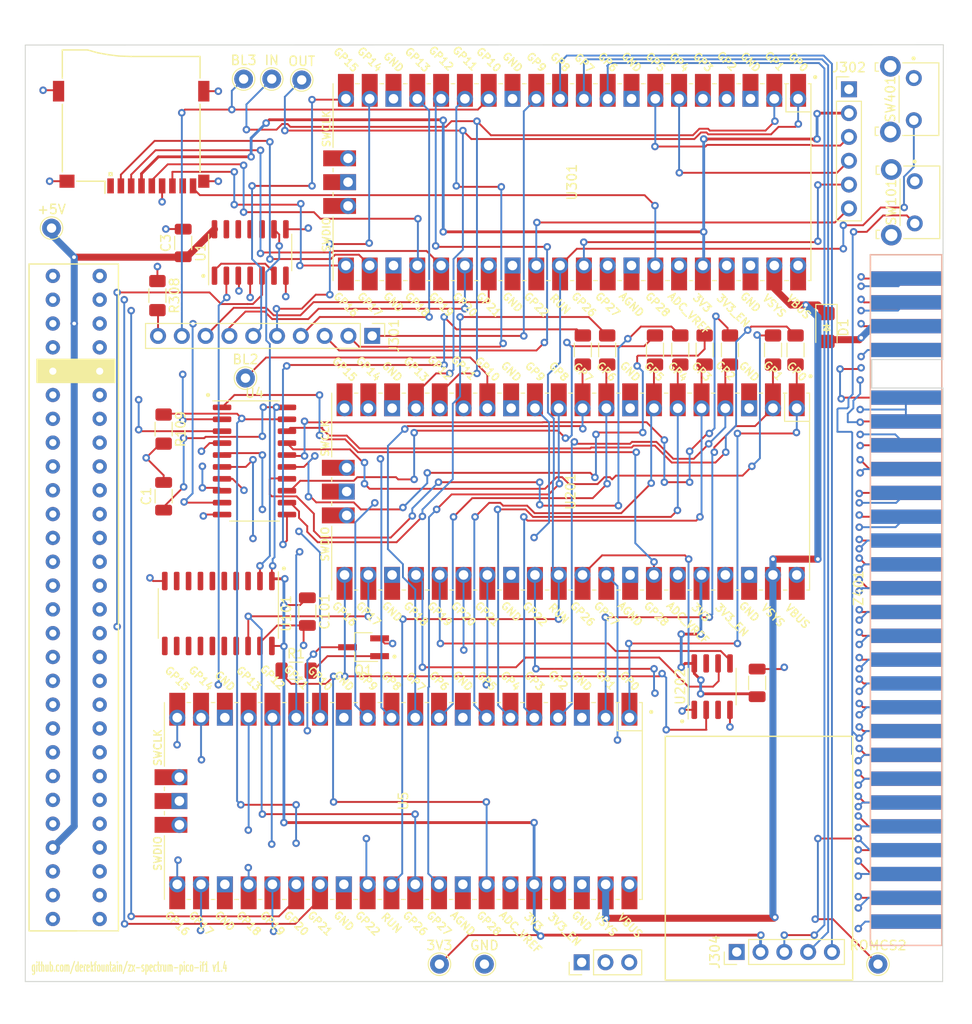
<source format=kicad_pcb>
(kicad_pcb (version 20211014) (generator pcbnew)
  (title_block (title "Pico Interface One") (date "2023-06-23") (rev "v1.3 to v1.4"))
  (layers (0 "F.Cu" signal) (1 "In1.Cu" signal) (2 "In2.Cu" signal) (31 "B.Cu" signal) (34 "B.Paste" user) (35 "F.Paste" user) (36 "B.SilkS" user "B.Silkscreen") (37 "F.SilkS" user "F.Silkscreen") (38 "B.Mask" user) (39 "F.Mask" user) (44 "Edge.Cuts" user))
  (net 0 "")
  (net 1 "GND")
  (net 2 "+5V")
  (net 3 "PICO_PWR")
  (net 4 "SWDIO_P1")
  (net 5 "SWDCLK_P1")
  (net 6 "ROM_ACCESS_INV")
  (net 7 "ZXA0")
  (net 8 "ZXA1")
  (net 9 "ZXA2")
  (net 10 "ZXA3")
  (net 11 "ZXA4")
  (net 12 "ZXA5")
  (net 13 "ZXA6")
  (net 14 "ZXA7")
  (net 15 "ZXA8")
  (net 16 "ZXA9")
  (net 17 "ZXA10")
  (net 18 "ZXA11")
  (net 19 "ZXA12")
  (net 20 "ZXA13")
  (net 21 "ZXD0")
  (net 22 "ZXD1")
  (net 23 "ZXD2")
  (net 24 "ZXD3")
  (net 25 "ZXD4")
  (net 26 "ZXD5")
  (net 27 "ZXD6")
  (net 28 "ZXD7")
  (net 29 "D7")
  (net 30 "D6")
  (net 31 "D5")
  (net 32 "D4")
  (net 33 "D3")
  (net 34 "D2")
  (net 35 "D1")
  (net 36 "D0")
  (net 37 "ROM_READ_INV")
  (net 38 "ZXA14")
  (net 39 "ZXA15")
  (net 42 "ZXM1")
  (net 43 "DBUS_DIRECTION")
  (net 44 "ZXRD")
  (net 45 "ZXMREQ")
  (net 47 "MD0_LED")
  (net 51 "ZXRESET")
  (net 52 "PICO_RESET_Z80")
  (net 53 "ROT_SW")
  (net 54 "OLED_SCK")
  (net 55 "OLED_SDA")
  (net 56 "Net-(R101-Pad1)")
  (net 57 "Net-(R102-Pad1)")
  (net 58 "Net-(R103-Pad1)")
  (net 59 "Net-(R104-Pad1)")
  (net 60 "Net-(R105-Pad1)")
  (net 61 "Net-(R106-Pad1)")
  (net 62 "Net-(R107-Pad1)")
  (net 63 "Net-(R108-Pad1)")
  (net 67 "ROM_READ_INV_3V3")
  (net 68 "IF1_PORT_ACTIVE")
  (net 76 "MD1_LED")
  (net 82 "ZXIORQ")
  (net 83 "ZXWR")
  (net 91 "MD2_LED")
  (net 92 "MD3_LED")
  (net 95 "MD4_LED")
  (net 96 "MD5_LED")
  (net 97 "MD6_LED")
  (net 98 "MD7_LED")
  (net 99 "SPI0_PSRAM_MISO")
  (net 100 "SPI0_PSRAM_CLK")
  (net 101 "SPI0_PSRAM_MOSI")
  (net 102 "SPI0_PSRAM_SLAVE_ENABLE")
  (net 103 "ZXWAIT")
  (net 105 "Net-(J301-Pad10)")
  (net 106 "ACTION_SW")
  (net 107 "CANCEL_SW")
  (net 108 "ROMCS2")
  (net 109 "ROT_CLK_A")
  (net 111 "ROT_DT_B")
  (net 115 "PICOS_RUN")
  (net 116 "SWDIO_P2")
  (net 117 "SWDCLK_P2")
  (net 118 "SWDIO_P3")
  (net 119 "SWDCLK_P3")
  (net 120 "Net-(Q1-Pad1)")
  (net 121 "3V3_PICO1")
  (net 122 "3V3_PICO2")
  (net 123 "3V3_PICO3")
  (net 124 "SPI0_SD_MISO")
  (net 125 "SPI0_SD_SLAVE_ENABLE")
  (net 126 "SPI0_SD_CLK")
  (net 127 "SPI0_SD_MOSI")
  (net 128 "UI_LINKIN")
  (net 129 "UI_LINKOUT")
  (net 132 "TEST_BLIPPER_P2")
  (net 133 "TEST_BLIPPER_P3")
  (net 136 "SD_CARD_DETECT")
  (net 139 "ZXINT")
  (net 140 "ZXNMI")
  (net 141 "ZXHALT")
  (net 142 "ZXMIN5V")
  (net 143 "ZX12V")
  (net 144 "ZX12VAC")
  (net 145 "ZXRFSH")
  (net 146 "ZX9V")
  (net 147 "ZXCLK")
  (net 148 "ZXIORQGE")
  (net 149 "ZXVIDEO")
  (net 150 "ZXY")
  (net 151 "ZXV")
  (net 152 "ZXU")
  (net 153 "ZXBUSRQ")
  (net 154 "ZXBUSACK")
  (footprint "Button_Switch_THT:SW_Tactile_SKHH_Angled" (layer "F.Cu") (at 142.375 84.74 -90)
    (fp_text reference "SW101")
    (fp_text value "SW_SPST")
  )
  (footprint "MountingHole:MountingHole_4.3mm_M4" (layer "F.Cu") (at 130.05 139.44)
    (fp_text reference "REF**" hide)
    (fp_text value "MountingHole_4.3mm_M4" hide)
  )
  (footprint "TestPoint:TestPoint_THTPad_D2.0mm_Drill1.0mm" (layer "F.Cu") (at 138.45 168.24)
    (fp_text reference "ROMCS2")
    (fp_text value "TestPoint_THTPad_D2.0mm_Drill1.0mm" hide)
  )
  (footprint "Button_Switch_THT:SW_Tactile_SKHH_Angled" (layer "F.Cu") (at 142.275 73.74 -90)
    (fp_text reference "SW401")
    (fp_text value "SW_SPST")
  )
  (footprint "MountingHole:MountingHole_4.3mm_M4" (layer "F.Cu") (at 56.45 89.34)
    (fp_text reference "REF**" hide)
    (fp_text value "MountingHole_4.3mm_M4" hide)
  )
  (footprint "TestPoint:TestPoint_THTPad_D2.0mm_Drill1.0mm" (layer "F.Cu") (at 76.95 73.94)
    (fp_text reference "OUT")
    (fp_text value "TestPoint_THTPad_D2.0mm_Drill1.0mm" hide)
  )
  (footprint "zxbus:ZX_Bus_Edge_Connector" (layer "F.Cu") (at 141.45 128.14 -90)
    (fp_text reference "Z401")
    (fp_text value "ZX48Bus")
  )
  (footprint "Resistor_SMD:R_1206_3216Metric_Pad1.30x1.75mm_HandSolder" (layer "F.Cu") (at 62.2125 111.175 -90)
    (fp_text reference "R109")
    (fp_text value "1KR")
  )
  (footprint "TestPoint:TestPoint_THTPad_D2.0mm_Drill1.0mm" (layer "F.Cu") (at 50.25 89.74)
    (fp_text reference "+5V")
    (fp_text value "TestPoint_THTPad_D2.0mm_Drill1.0mm" hide)
  )
  (footprint "pico-foot:RPi_Pico_SMD_TH" (layer "F.Cu") (at 105.795 84.84 -90)
    (fp_text reference "U301")
    (fp_text value "Pico-3 UI")
  )
  (footprint "TestPoint:TestPoint_THTPad_D2.0mm_Drill1.0mm" (layer "F.Cu") (at 96.45 168.24)
    (fp_text reference "GND")
    (fp_text value "TestPoint_THTPad_D2.0mm_Drill1.0mm" hide)
  )
  (footprint "TestPoint:TestPoint_THTPad_D2.0mm_Drill1.0mm" (layer "F.Cu") (at 91.65 168.24)
    (fp_text reference "3V3")
    (fp_text value "TestPoint_THTPad_D2.0mm_Drill1.0mm" hide)
  )
  (footprint "Package_TO_SOT_SMD:TSOT-23_HandSoldering" (layer "F.Cu") (at 83.55 134.44 180)
    (fp_text reference "Q1")
    (fp_text value "PMBT2222A")
  )
  (footprint "Package_SO:SO-20_5.3x12.6mm_P1.27mm" (layer "F.Cu") (at 71.9125 114.575)
    (fp_text reference "U4")
    (fp_text value "74LS245")
  )
  (footprint "TestPoint:TestPoint_THTPad_D2.0mm_Drill1.0mm" (layer "F.Cu") (at 70.95 105.74)
    (fp_text reference "BL2")
    (fp_text value "TestPoint_THTPad_D2.0mm_Drill1.0mm" hide)
  )
  (footprint "Capacitor_SMD:C_1206_3216Metric" (layer "F.Cu") (at 64.3 91.325 90)
    (fp_text reference "C3")
    (fp_text value "C_Small" hide)
  )
  (footprint "uSD:Conn_uSDcard" (layer "F.Cu") (at 58.75 74.74 180)
    (fp_text reference "XS301")
    (fp_text value "502p_SD_ebay-uSD-push_push_SMD-pak_breakout")
  )
  (footprint "Package_SO:SOIC-8_3.9x4.9mm_P1.27mm" (layer "F.Cu") (at 120.75 138.64 90)
    (fp_text reference "U202")
    (fp_text value "APS6404L-3SQR_PSRAM64Mbit")
  )
  (footprint "Resistor_SMD:R_1206_3216Metric_Pad1.30x1.75mm_HandSolder" (layer "F.Cu") (at 117.35 102.74 -90)
    (fp_text reference "R105" hide)
    (fp_text value "R150" hide)
  )
  (footprint "Package_SO:SOIC-14_3.9x8.7mm_P1.27mm" (layer "F.Cu") (at 71.45 92.34 90)
    (fp_text reference "U1")
    (fp_text value "4075")
  )
  (footprint "Connector_PinHeader_2.54mm:PinHeader_1x05_P2.54mm_Vertical" (layer "F.Cu") (at 123.375 166.94 90)
    (fp_text reference "J304")
    (fp_text value "Conn_01x05_Female")
  )
  (footprint "Resistor_SMD:R_1206_3216Metric_Pad1.30x1.75mm_HandSolder" (layer "F.Cu") (at 109.55 102.74 -90)
    (fp_text reference "R107" hide)
    (fp_text value "R150" hide)
  )
  (footprint "Connector_PinHeader_2.54mm:PinHeader_1x10_P2.54mm_Vertical" (layer "F.Cu") (at 84.475 101.24 -90)
    (fp_text reference "J301")
    (fp_text value "Conn_01x10_Female")
  )
  (footprint "TestPoint:TestPoint_THTPad_D2.0mm_Drill1.0mm" (layer "F.Cu") (at 70.75 73.84)
    (fp_text reference "BL3")
    (fp_text value "TestPoint_THTPad_D2.0mm_Drill1.0mm" hide)
  )
  (footprint "pico-foot:RPi_Pico_SMD_TH" (layer "F.Cu") (at 105.65 117.84 -90)
    (fp_text reference "U201")
    (fp_text value "Pico-2 IO")
  )
  (footprint "Resistor_SMD:R_1206_3216Metric_Pad1.30x1.75mm_HandSolder" (layer "F.Cu") (at 122.65 102.74 -90)
    (fp_text reference "R103" hide)
    (fp_text value "R150" hide)
  )
  (footprint "Connector_PinHeader_2.54mm:PinHeader_1x03_P2.54mm_Vertical" (layer "F.Cu") (at 106.825 168.04 90)
    (fp_text reference "REF**" hide)
    (fp_text value "PinHeader_1x03_P2.54mm_Vertical" hide)
  )
  (footprint "Connector_PinHeader_2.54mm:PinHeader_1x06_P2.54mm_Vertical" (layer "F.Cu") (at 135.35 74.94)
    (fp_text reference "J302")
    (fp_text value "Conn_01x06_Female")
  )
  (footprint "Resistor_SMD:R_1206_3216Metric_Pad1.30x1.75mm_HandSolder" (layer "F.Cu") (at 106.95 102.74 -90)
    (fp_text reference "R108" hide)
    (fp_text value "R150" hide)
  )
  (footprint "Resistor_SMD:R_1206_3216Metric_Pad1.30x1.75mm_HandSolder" (layer "F.Cu") (at 76.35 136.94)
    (fp_text reference "R1")
    (fp_text value "1K")
  )
  (footprint "Capacitor_SMD:C_1206_3216Metric" (layer "F.Cu") (at 62.2125 118.34 90)
    (fp_text reference "C1")
    (fp_text value "C_Small" hide)
  )
  (footprint "Resistor_SMD:R_1206_3216Metric_Pad1.30x1.75mm_HandSolder" (layer "F.Cu") (at 127.25 102.74 -90)
    (fp_text reference "R102" hide)
    (fp_text value "R150" hide)
  )
  (footprint "TestPoint:TestPoint_THTPad_D2.0mm_Drill1.0mm" (layer "F.Cu") (at 73.75 73.84)
    (fp_text reference "IN")
    (fp_text value "TestPoint_THTPad_D2.0mm_Drill1.0mm" hide)
  )
  (footprint "Resistor_SMD:R_1206_3216Metric_Pad1.30x1.75mm_HandSolder" (layer "F.Cu") (at 129.65 102.74 -90)
    (fp_text reference "R101" hide)
    (fp_text value "R150" hide)
  )
  (footprint "Capacitor_SMD:C_1206_3216Metric" (layer "F.Cu") (at 125.55 138.24 90)
    (fp_text reference "C201" hide)
    (fp_text value "C_Small" hide)
  )
  (footprint "Resistor_SMD:R_1206_3216Metric_Pad1.30x1.75mm_HandSolder" (layer "F.Cu") (at 61.55 96.94 -90)
    (fp_text reference "R308")
    (fp_text value "R330")
  )
  (footprint "Capacitor_SMD:C_1206_3216Metric" (layer "F.Cu") (at 77.55 130.64 -90)
    (fp_text reference "C101")
    (fp_text value "C_Small")
  )
  (footprint "Package_SO:SO-20_5.3x12.6mm_P1.27mm" (layer "F.Cu") (at 68.05 130.84 -90)
    (fp_text reference "U101")
    (fp_text value "74LS245")
  )
  (footprint "Diode_SMD:D_1206_3216Metric_Pad1.42x1.75mm_HandSolder" (layer "F.Cu") (at 132.95 100.34 -90)
    (fp_text reference "D1")
    (fp_text value "D_Schottky" hide)
  )
  (footprint "Resistor_SMD:R_1206_3216Metric_Pad1.30x1.75mm_HandSolder" (layer "F.Cu") (at 114.65 102.74 -90)
    (fp_text reference "R106" hide)
    (fp_text value "R150" hide)
  )
  (footprint "zxbus:ZX_Bus_Pin_Header" (layer "F.Cu") (at 50.39 129.13 -90)
    (fp_text reference "Z1" hide)
    (fp_text value "ZX48Bus")
  )
  (footprint "Resistor_SMD:R_1206_3216Metric_Pad1.30x1.75mm_HandSolder" (layer "F.Cu") (at 119.95 102.74 -90)
    (fp_text reference "R104" hide)
    (fp_text value "R150" hide)
  )
  (footprint "pico-foot:RPi_Pico_SMD_TH" (layer "F.Cu") (at 87.795 150.84 -90)
    (fp_text reference "U5")
    (fp_text value "Pico-1 ROM")
  )
  (gr_line (start 132.985 99.92) (end 132.975 100.86) (layer "F.SilkS") (width 0.15))
  (gr_circle (center 86.85 135.44) (end 86.991421 135.44) (layer "F.SilkS") (width 0.15) (fill solid))
  (gr_rect locked (start 48.7 103.74) (end 56.99 106.2) (layer "F.SilkS") (width 0.15) (fill solid))
  (gr_circle (center 114.25 141.34) (end 114.391421 141.34) (layer "F.SilkS") (width 0.15) (fill solid))
  (gr_rect (start 115.75 143.94) (end 135.75 169.94) (layer "F.SilkS") (width 0.15) (fill none))
  (gr_circle (center 131.25 105.54) (end 131.391421 105.54) (layer "F.SilkS") (width 0.15) (fill solid))
  (gr_line (start 132.975 100.14) (end 132.675 100.63) (layer "F.SilkS") (width 0.15))
  (gr_circle (center 66.95 107.54) (end 67.091421 107.54) (layer "F.SilkS") (width 0.15) (fill solid))
  (gr_circle (center 142.35 82.64) (end 142.491421 82.64) (layer "F.SilkS") (width 0.15) (fill solid))
  (gr_line (start 132.615 100.13) (end 133.285 100.13) (layer "F.SilkS") (width 0.15))
  (gr_circle (center 75.05 126.04) (end 75.191421 126.04) (layer "F.SilkS") (width 0.15) (fill solid))
  (gr_circle (center 66.45 94.84) (end 66.591421 94.84) (layer "F.SilkS") (width 0.15) (fill solid))
  (gr_circle (center 117.55 142.34) (end 117.691421 142.34) (layer "F.SilkS") (width 0.15) (fill solid))
  (gr_circle (center 142.25 71.64) (end 142.391421 71.64) (layer "F.SilkS") (width 0.15) (fill solid))
  (gr_line (start 133.315 100.64) (end 132.975 100.14) (layer "F.SilkS") (width 0.15))
  (gr_circle (center 131.75 73.64) (end 131.891421 73.64) (layer "F.SilkS") (width 0.15) (fill solid))
  (gr_line (start 132.635 100.64) (end 133.315 100.64) (layer "F.SilkS") (width 0.15))
  (gr_line (start 137.8 103.765) (end 137.8 106.79) (layer "Edge.Cuts") (width 0.1))
  (gr_line (start 145.425 70.19) (end 47.45 70.215) (layer "Edge.Cuts") (width 0.1))
  (gr_line (start 145.375 103.765) (end 137.8 103.765) (layer "Edge.Cuts") (width 0.1))
  (gr_line (start 47.45 170.09) (end 47.45 70.215) (layer "Edge.Cuts") (width 0.1))
  (gr_line (start 145.425 70.19) (end 145.375 103.74) (layer "Edge.Cuts") (width 0.1))
  (gr_line (start 47.45 170.09) (end 145.35 170.09) (layer "Edge.Cuts") (width 0.1))
  (gr_line (start 145.4 106.79) (end 145.35 170.09) (layer "Edge.Cuts") (width 0.1))
  (gr_line (start 137.8 106.79) (end 145.4 106.79) (layer "Edge.Cuts") (width 0.1))
  (gr_text "github.com/derekfountain/zx-spectrum-pico-if1 v1.4" (at 58.55 168.54) (layer "F.SilkS") (effects (font (size 1 0.5) (thickness 0.125))))
  (segment (start 68.45 120.29) (end 66.6 120.29) (width 0.2) (layer "F.Cu") (net 1))
  (segment (start 75.26 89.865) (end 77.525 89.865) (width 0.2) (layer "F.Cu") (net 1))
  (segment (start 49.35 75.04) (end 50.9 75.04) (width 0.2) (layer "F.Cu") (net 1))
  (segment (start 61.865 112.725) (end 60.35 114.24) (width 0.2) (layer "F.Cu") (net 1))
  (segment (start 50.05 84.74) (end 51.9 84.74) (width 0.2) (layer "F.Cu") (net 1))
  (segment (start 62.2125 116.865) (end 62.2125 116.1025) (width 0.2) (layer "F.Cu") (net 1))
  (segment (start 72.495 133.948604) (end 74.328604 132.115) (width 0.2) (layer "F.Cu") (net 1))
  (segment (start 68.05 75.14) (end 66.5 75.14) (width 0.2) (layer "F.Cu") (net 1))
  (segment (start 66.6 120.29) (end 66.45 120.44) (width 0.2) (layer "F.Cu") (net 1))
  (segment (start 61.0875 127.3775) (end 60.75 127.04) (width 0.2) (layer "F.Cu") (net 1))
  (segment (start 68.05 84.74) (end 66.5 84.74) (width 0.2) (layer "F.Cu") (net 1))
  (segment (start 62.2125 116.1025) (end 60.35 114.24) (width 0.2) (layer "F.Cu") (net 1))
  (segment (start 74.328604 132.115) (end 77.55 132.115) (width 0.2) (layer "F.Cu") (net 1))
  (segment (start 128.2645 136.765) (end 125.55 136.765) (width 0.2) (layer "F.Cu") (net 1))
  (segment (start 128.45 136.5795) (end 128.2645 136.765) (width 0.2) (layer "F.Cu") (net 1))
  (segment (start 61.55 95.39) (end 61.55 93.84) (width 0.2) (layer "F.Cu") (net 1))
  (segment (start 62.335 127.3775) (end 61.0875 127.3775) (width 0.2) (layer "F.Cu") (net 1))
  (segment (start 62.45 89.84) (end 64.29 89.84) (width 0.2) (layer "F.Cu") (net 1))
  (segment (start 122.655 141.115) (end 122.655 142.935) (width 0.2) (layer "F.Cu") (net 1))
  (segment (start 62.05 85.24) (end 62.05 86.94) (width 0.2) (layer "F.Cu") (net 1))
  (segment (start 77.15 132.515) (end 77.15 134.24) (width 0.2) (layer "F.Cu") (net 1))
  (segment (start 86.65 134.04) (end 85.81 134.04) (width 0.2) (layer "F.Cu") (net 1))
  (segment (start 75.25 97.04) (end 75.25 94.825) (width 0.2) (layer "F.Cu") (net 1))
  (segment (start 85.81 134.04) (end 85.26 133.49) (width 0.2) (layer "F.Cu") (net 1))
  (segment (start 122.655 142.935) (end 122.65 142.94) (width 0.2) (layer "F.Cu") (net 1))
  (via (at 50.05 84.74) (size 0.8) (drill 0.4) (layers "F.Cu" "B.Cu") (net 1))
  (via (at 86.65 134.04) (size 0.8) (drill 0.4) (layers "F.Cu" "B.Cu") (net 1))
  (via (at 62.05 86.94) (size 0.8) (drill 0.4) (layers "F.Cu" "B.Cu") (net 1))
  (via (at 122.65 142.94) (size 0.8) (drill 0.4) (layers "F.Cu" "B.Cu") (net 1))
  (via (at 61.55 93.84) (size 0.8) (drill 0.4) (layers "F.Cu" "B.Cu") (net 1))
  (via (at 68.05 75.14) (size 0.8) (drill 0.4) (layers "F.Cu" "B.Cu") (net 1))
  (via (at 49.35 75.04) (size 0.8) (drill 0.4) (layers "F.Cu" "B.Cu") (net 1))
  (via (at 60.35 114.24) (size 0.8) (drill 0.4) (layers "F.Cu" "B.Cu") (net 1))
  (via (at 77.65 89.74) (size 0.8) (drill 0.4) (layers "F.Cu" "B.Cu") (net 1))
  (via (at 77.15 134.24) (size 0.8) (drill 0.4) (layers "F.Cu" "B.Cu") (net 1))
  (via (at 136.447569 128.44) (size 0.8) (drill 0.4) (layers "F.Cu" "B.Cu") (net 1))
  (via (at 68.05 84.74) (size 0.8) (drill 0.4) (layers "F.Cu" "B.Cu") (net 1))
  (via (at 66.45 120.44) (size 0.8) (drill 0.4) (layers "F.Cu" "B.Cu") (net 1))
  (via (at 62.45 89.84) (size 0.8) (drill 0.4) (layers "F.Cu" "B.Cu") (net 1))
  (via (at 60.75 127.04) (size 0.8) (drill 0.4) (layers "F.Cu" "B.Cu") (net 1))
  (via (at 128.45 136.5795) (size 0.8) (drill 0.4) (layers "F.Cu" "B.Cu") (net 1))
  (via (at 136.55 109.09) (size 0.8) (drill 0.4) (layers "F.Cu" "B.Cu") (net 1))
  (via (at 75.25 97.04) (size 0.8) (drill 0.4) (layers "F.Cu" "B.Cu") (net 1))
  (segment (start 141.45 128.14) (end 136.747569 128.14) (width 0.2) (layer "B.Cu") (net 1))
  (segment (start 136.747569 128.14) (end 136.447569 128.44) (width 0.2) (layer "B.Cu") (net 1))
  (segment (start 141.4 109.09) (end 141.425 109.065) (width 0.2) (layer "B.Cu") (net 1))
  (segment (start 141.425 109.065) (end 141.425 107.965) (width 0.2) (layer "B.Cu") (net 1))
  (segment (start 136.55 109.09) (end 141.4 109.09) (width 0.2) (layer "B.Cu") (net 1))
  (segment (start 141.425 110.505) (end 141.425 109.065) (width 0.2) (layer "B.Cu") (net 1))
  (segment (start 52.65 92.84) (end 64.26 92.84) (width 0.75) (layer "F.Cu") (net 2))
  (segment (start 132.4505 101.64) (end 136.45 101.64) (width 0.75) (layer "F.Cu") (net 2))
  (segment (start 64.705 92.8) (end 67.64 89.865) (width 0.75) (layer "F.Cu") (net 2))
  (segment (start 136.45 101.64) (end 136.65 101.44) (width 0.75) (layer "F.Cu") (net 2))
  (via (at 52.67 99.92) (size 0.8) (drill 0.4) (layers "F.Cu" "B.Cu") (net 2))
  (via (at 52.65 92.84) (size 0.8) (drill 0.4) (layers "F.Cu" "B.Cu") (net 2))
  (via (at 136.65 101.44) (size 0.8) (drill 0.4) (layers "F.Cu" "B.Cu") (net 2))
  (segment (start 50.39 155.8) (end 52.67 153.52) (width 0.75) (layer "B.Cu") (net 2))
  (segment (start 50.25 90.44) (end 50.25 89.74) (width 0.75) (layer "B.Cu") (net 2))
  (segment (start 52.67 99.92) (end 52.67 92.86) (width 0.75) (layer "B.Cu") (net 2))
  (segment (start 137.89 100.2) (end 141.45 100.2) (width 0.75) (layer "B.Cu") (net 2))
  (segment (start 52.65 92.84) (end 50.25 90.44) (width 0.75) (layer "B.Cu") (net 2))
  (segment (start 52.67 92.86) (end 52.65 92.84) (width 0.2) (layer "B.Cu") (net 2))
  (segment (start 136.65 101.44) (end 137.89 100.2) (width 0.75) (layer "B.Cu") (net 2))
  (segment (start 52.67 153.52) (end 52.67 99.92) (width 0.75) (layer "B.Cu") (net 2))
  (segment (start 130.75 97.94) (end 129.15 97.94) (width 0.75) (layer "F.Cu") (net 3))
  (segment (start 130.75 97.94) (end 132.0375 97.94) (width 0.75) (layer "F.Cu") (net 3))
  (segment (start 127.35 163.34) (end 127.45 163.24) (width 0.2) (layer "F.Cu") (net 3))
  (segment (start 129.15 97.94) (end 127.385 96.175) (width 0.75) (layer "F.Cu") (net 3))
  (segment (start 109.45 163.34) (end 127.35 163.34) (width 0.75) (layer "F.Cu") (net 3))
  (segment (start 132.0375 97.94) (end 132.95 98.8525) (width 0.75) (layer "F.Cu") (net 3))
  (segment (start 127.25 125.04) (end 132.0355 125.04) (width 0.75) (layer "F.Cu") (net 3))
  (via (at 132.0355 125.04) (size 0.8) (drill 0.4) (layers "F.Cu" "B.Cu") (net 3))
  (via (at 109.45 163.34) (size 0.8) (drill 0.4) (layers "F.Cu" "B.Cu") (net 3))
  (via (at 127.25 125.04) (size 0.8) (drill 0.4) (layers "F.Cu" "B.Cu") (net 3))
  (via (at 127.45 163.24) (size 0.8) (drill 0.4) (layers "F.Cu" "B.Cu") (net 3))
  (via (at 130.75 97.94) (size 0.8) (drill 0.4) (layers "F.Cu" "B.Cu") (net 3))
  (segment (start 127.24 163.03) (end 127.24 126.73) (width 0.75) (layer "B.Cu") (net 3))
  (segment (start 109.385 163.275) (end 109.45 163.34) (width 0.2) (layer "B.Cu") (net 3))
  (segment (start 127.24 126.73) (end 127.24 125.05) (width 0.75) (layer "B.Cu") (net 3))
  (segment (start 127.45 163.24) (end 127.24 163.03) (width 0.3) (layer "B.Cu") (net 3))
  (segment (start 127.24 125.05) (end 127.25 125.04) (width 0.2) (layer "B.Cu") (net 3))
  (segment (start 132.0355 125.04) (end 132.0355 99.2255) (width 0.75) (layer "B.Cu") (net 3))
  (segment (start 109.385 159.73) (end 109.385 163.275) (width 0.75) (layer "B.Cu") (net 3))
  (segment (start 132.0355 99.2255) (end 130.75 97.94) (width 0.75) (layer "B.Cu") (net 3))
  (segment (start 73.056396 93.54) (end 68.35 93.54) (width 0.2) (layer "F.Cu") (net 6))
  (segment (start 68.35 93.54) (end 67.95 93.94) (width 0.2) (layer "F.Cu") (net 6))
  (segment (start 73.99 94.473604) (end 73.056396 93.54) (width 0.2) (layer "F.Cu") (net 6))
  (via (at 85.35 114.3395) (size 0.8) (drill 0.4) (layers "F.Cu" "B.Cu") (net 7))
  (via (at 136.55 115.84) (size 0.8) (drill 0.4) (layers "F.Cu" "B.Cu") (net 7))
  (segment (start 136.95 115.44) (end 141.45 115.44) (width 0.2) (layer "B.Cu") (net 7))
  (segment (start 85.35 114.3395) (end 85.45 114.4395) (width 0.2) (layer "B.Cu") (net 7))
  (segment (start 136.55 115.84) (end 136.95 115.44) (width 0.2) (layer "B.Cu") (net 7))
  (segment (start 85.45 140.875) (end 86.525 141.95) (width 0.2) (layer "B.Cu") (net 7))
  (segment (start 85.45 114.4395) (end 85.45 140.875) (width 0.2) (layer "B.Cu") (net 7))
  (via (at 136.45 119.04) (size 0.8) (drill 0.4) (layers "F.Cu" "B.Cu") (net 8))
  (via (at 84.75 119.04) (size 0.8) (drill 0.4) (layers "F.Cu" "B.Cu") (net 8))
  (segment (start 83.985 141.95) (end 82.67 140.635) (width 0.2) (layer "B.Cu") (net 8))
  (segment (start 136.45 119.04) (end 140.39 119.04) (width 0.2) (layer "B.Cu") (net 8))
  (segment (start 82.67 121.12) (end 84.75 119.04) (width 0.2) (layer "B.Cu") (net 8))
  (segment (start 140.39 119.04) (end 141.45 117.98) (width 0.2) (layer "B.Cu") (net 8))
  (segment (start 82.67 140.635) (end 82.67 121.12) (width 0.2) (layer "B.Cu") (net 8))
  (via (at 136.45 121.64) (size 0.8) (drill 0.4) (layers "F.Cu" "B.Cu") (net 9))
  (via (at 76.65 122.0805) (size 0.8) (drill 0.4) (layers "F.Cu" "B.Cu") (net 9))
  (segment (start 76.65 122.0805) (end 78.905 124.3355) (width 0.2) (layer "B.Cu") (net 9))
  (segment (start 140.33 121.64) (end 141.45 120.52) (width 0.2) (layer "B.Cu") (net 9))
  (segment (start 78.905 124.3355) (end 78.905 141.95) (width 0.2) (layer "B.Cu") (net 9))
  (segment (start 136.45 121.64) (end 140.33 121.64) (width 0.2) (layer "B.Cu") (net 9))
  (via (at 76.732 124.258) (size 0.8) (drill 0.4) (layers "F.Cu" "B.Cu") (net 10))
  (via (at 136.448069 123.939501) (size 0.8) (drill 0.4) (layers "F.Cu" "B.Cu") (net 10))
  (via (at 101.75 122.74) (size 0.8) (drill 0.4) (layers "F.Cu" "B.Cu") (net 10))
  (segment (start 103.35 110.46) (end 101.84 108.95) (width 0.2) (layer "B.Cu") (net 10))
  (segment (start 103.35 121.14) (end 103.35 110.46) (width 0.2) (layer "B.Cu") (net 10))
  (segment (start 136.448069 123.939501) (end 137.32757 123.06) (width 0.2) (layer "B.Cu") (net 10))
  (segment (start 76.365 141.95) (end 76.365 124.625) (width 0.2) (layer "B.Cu") (net 10))
  (segment (start 137.32757 123.06) (end 141.45 123.06) (width 0.2) (layer "B.Cu") (net 10))
  (segment (start 76.365 124.625) (end 76.732 124.258) (width 0.2) (layer "B.Cu") (net 10))
  (segment (start 101.75 122.74) (end 103.35 121.14) (width 0.2) (layer "B.Cu") (net 10))
  (via (at 73.75 155.44) (size 0.8) (drill 0.4) (layers "F.Cu" "B.Cu") (net 11))
  (via (at 136.35 153.64) (size 0.8) (drill 0.4) (layers "F.Cu" "B.Cu") (net 11))
  (segment (start 136.35 153.64) (end 136.45 153.54) (width 0.2) (layer "B.Cu") (net 11))
  (segment (start 136.45 153.54) (end 141.45 153.54) (width 0.2) (layer "B.Cu") (net 11))
  (segment (start 73.75 155.44) (end 73.75 142.025) (width 0.2) (layer "B.Cu") (net 11))
  (via (at 71.25 153.94) (size 0.8) (drill 0.4) (layers "F.Cu" "B.Cu") (net 12))
  (via (at 136.35 151.44) (size 0.8) (drill 0.4) (layers "F.Cu" "B.Cu") (net 12))
  (segment (start 71.285 141.95) (end 71.285 153.905) (width 0.2) (layer "B.Cu") (net 12))
  (segment (start 71.285 153.905) (end 71.25 153.94) (width 0.2) (layer "B.Cu") (net 12))
  (segment (start 136.35 151.44) (end 136.79 151) (width 0.2) (layer "B.Cu") (net 12))
  (segment (start 136.79 151) (end 141.45 151) (width 0.2) (layer "B.Cu") (net 12))
  (via (at 66.25 146.44) (size 0.8) (drill 0.4) (layers "F.Cu" "B.Cu") (net 13))
  (via (at 136.35 149.14) (size 0.8) (drill 0.4) (layers "F.Cu" "B.Cu") (net 13))
  (segment (start 137.03 148.46) (end 141.45 148.46) (width 0.2) (layer "B.Cu") (net 13))
  (segment (start 66.205 146.395) (end 66.205 141.95) (width 0.2) (layer "B.Cu") (net 13))
  (segment (start 136.35 149.14) (end 137.03 148.46) (width 0.2) (layer "B.Cu") (net 13))
  (segment (start 66.25 146.44) (end 66.205 146.395) (width 0.2) (layer "B.Cu") (net 13))
  (via (at 63.65 144.84) (size 0.8) (drill 0.4) (layers "F.Cu" "B.Cu") (net 14))
  (via (at 136.35 146.54) (size 0.8) (drill 0.4) (layers "F.Cu" "B.Cu") (net 14))
  (segment (start 63.665 141.95) (end 63.665 144.825) (width 0.2) (layer "B.Cu") (net 14))
  (segment (start 136.35 146.54) (end 136.97 145.92) (width 0.2) (layer "B.Cu") (net 14))
  (segment (start 136.97 145.92) (end 141.45 145.92) (width 0.2) (layer "B.Cu") (net 14))
  (segment (start 63.665 144.825) (end 63.65 144.84) (width 0.2) (layer "B.Cu") (net 14))
  (segment (start 137.73 158.62) (end 141.45 158.62) (width 0.2) (layer "F.Cu") (net 15))
  (segment (start 136.35 157.24) (end 137.73 158.62) (width 0.2) (layer "F.Cu") (net 15))
  (via (at 136.35 157.24) (size 0.8) (drill 0.4) (layers "F.Cu" "B.Cu") (net 15))
  (via (at 63.75 157.14) (size 0.8) (drill 0.4) (layers "F.Cu" "B.Cu") (net 15))
  (segment (start 63.665 157.225) (end 63.75 157.14) (width 0.2) (layer "B.Cu") (net 15))
  (segment (start 63.665 159.73) (end 63.665 157.225) (width 0.2) (layer "B.Cu") (net 15))
  (via (at 136.35 162.24) (size 0.8) (drill 0.4) (layers "F.Cu" "B.Cu") (net 16))
  (via (at 66.15 164.6395) (size 0.8) (drill 0.4) (layers "F.Cu" "B.Cu") (net 16))
  (segment (start 136.35 162.24) (end 137.43 161.16) (width 0.2) (layer "B.Cu") (net 16))
  (segment (start 66.15 164.6395) (end 66.205 164.5845) (width 0.2) (layer "B.Cu") (net 16))
  (segment (start 137.43 161.16) (end 141.45 161.16) (width 0.2) (layer "B.Cu") (net 16))
  (segment (start 66.205 164.5845) (end 66.205 159.73) (width 0.2) (layer "B.Cu") (net 16))
  (segment (start 136.35 161.04) (end 136.47 161.16) (width 0.2) (layer "F.Cu") (net 17))
  (segment (start 136.47 161.16) (end 141.45 161.16) (width 0.2) (layer "F.Cu") (net 17))
  (via (at 136.35 161.04) (size 0.8) (drill 0.4) (layers "F.Cu" "B.Cu") (net 17))
  (via (at 71.25 157.94) (size 0.8) (drill 0.4) (layers "F.Cu" "B.Cu") (net 17))
  (segment (start 71.285 159.73) (end 71.285 157.975) (width 0.2) (layer "B.Cu") (net 17))
  (segment (start 71.285 157.975) (end 71.25 157.94) (width 0.2) (layer "B.Cu") (net 17))
  (via (at 136.35 164.44) (size 0.8) (drill 0.4) (layers "F.Cu" "B.Cu") (net 18))
  (via (at 73.95 164.74) (size 0.8) (drill 0.4) (layers "F.Cu" "B.Cu") (net 18))
  (segment (start 73.825 164.615) (end 73.825 159.73) (width 0.2) (layer "B.Cu") (net 18))
  (segment (start 136.35 164.44) (end 137.09 163.7) (width 0.2) (layer "B.Cu") (net 18))
  (segment (start 73.95 164.74) (end 73.825 164.615) (width 0.2) (layer "B.Cu") (net 18))
  (segment (start 137.09 163.7) (end 141.45 163.7) (width 0.2) (layer "B.Cu") (net 18))
  (segment (start 58.75 163.14) (end 74.515 163.14) (width 0.2) (layer "F.Cu") (net 19))
  (segment (start 74.515 163.14) (end 76.365 161.29) (width 0.2) (layer "F.Cu") (net 19))
  (via (at 58.75 98.54) (size 0.8) (drill 0.4) (layers "F.Cu" "B.Cu") (net 19))
  (via (at 58.75 163.14) (size 0.8) (drill 0.4) (layers "F.Cu" "B.Cu") (net 19))
  (via (at 136.65 98.54) (size 0.8) (drill 0.4) (layers "F.Cu" "B.Cu") (net 19))
  (segment (start 136.65 98.54) (end 140.57 98.54) (width 0.2) (layer "B.Cu") (net 19))
  (segment (start 140.57 98.54) (end 141.45 97.66) (width 0.2) (layer "B.Cu") (net 19))
  (segment (start 58.75 98.54) (end 58.75 163.14) (width 0.2) (layer "B.Cu") (net 19))
  (segment (start 76.255 163.94) (end 78.905 161.29) (width 0.2) (layer "F.Cu") (net 20))
  (segment (start 58.05 163.94) (end 76.255 163.94) (width 0.2) (layer "F.Cu") (net 20))
  (segment (start 136.97 97.66) (end 141.45 97.66) (width 0.2) (layer "F.Cu") (net 20))
  (segment (start 136.65 97.34) (end 136.97 97.66) (width 0.2) (layer "F.Cu") (net 20))
  (via (at 58.01 97.38) (size 0.8) (drill 0.4) (layers "F.Cu" "B.Cu") (net 20))
  (via (at 58.05 163.94) (size 0.8) (drill 0.4) (layers "F.Cu" "B.Cu") (net 20))
  (via (at 136.65 97.34) (size 0.8) (drill 0.4) (layers "F.Cu" "B.Cu") (net 20))
  (segment (start 58.01 163.9) (end 58.05 163.94) (width 0.2) (layer "B.Cu") (net 20))
  (segment (start 58.01 97.38) (end 58.01 163.9) (width 0.2) (layer "B.Cu") (net 20))
  (segment (start 68.45 110.13) (end 64.3495 110.13) (width 0.2) (layer "F.Cu") (net 21))
  (segment (start 64.3495 110.13) (end 64.25 110.2295) (width 0.2) (layer "F.Cu") (net 21))
  (segment (start 134.695 107.82) (end 134.645 107.82) (width 0.2) (layer "F.Cu") (net 21))
  (segment (start 134.645 107.82) (end 134.6445 107.82) (width 0.2) (layer "F.Cu") (net 21))
  (segment (start 136.525 104.765) (end 134.4 104.765) (width 0.2) (layer "F.Cu") (net 21))
  (segment (start 141.45 107.82) (end 134.695 107.82) (width 0.2) (layer "F.Cu") (net 21))
  (segment (start 136.65 104.64) (end 136.525 104.765) (width 0.2) (layer "F.Cu") (net 21))
  (segment (start 134.6445 107.82) (end 134.525 107.9395) (width 0.2) (layer "F.Cu") (net 21))
  (via (at 64.25 105.34) (size 0.8) (drill 0.4) (layers "F.Cu" "B.Cu") (net 21))
  (via (at 136.65 104.64) (size 0.8) (drill 0.4) (layers "F.Cu" "B.Cu") (net 21))
  (via (at 64.25 110.2295) (size 0.8) (drill 0.4) (layers "F.Cu" "B.Cu") (net 21))
  (via (at 134.4 104.765) (size 0.8) (drill 0.4) (layers "F.Cu" "B.Cu") (net 21))
  (via (at 134.525 107.9395) (size 0.8) (drill 0.4) (layers "F.Cu" "B.Cu") (net 21))
  (segment (start 64.25 110.2295) (end 64.25 105.34) (width 0.2) (layer "B.Cu") (net 21))
  (segment (start 134.4 104.765) (end 134.4 107.765) (width 0.2) (layer "B.Cu") (net 21))
  (segment (start 134.4 107.765) (end 134.55 107.915) (width 0.2) (layer "B.Cu") (net 21))
  (segment (start 136.63 110.36) (end 141.45 110.36) (width 0.2) (layer "F.Cu") (net 22))
  (segment (start 68.45 111.4) (end 59.71 111.4) (width 0.2) (layer "F.Cu") (net 22))
  (segment (start 136.55 110.44) (end 136.63 110.36) (width 0.2) (layer "F.Cu") (net 22))
  (segment (start 59.71 111.4) (end 59.55 111.24) (width 0.2) (layer "F.Cu") (net 22))
  (via (at 59.55 111.24) (size 0.8) (drill 0.4) (layers "F.Cu" "B.Cu") (net 22))
  (via (at 59.55 108.04) (size 0.8) (drill 0.4) (layers "F.Cu" "B.Cu") (net 22))
  (via (at 136.55 110.44) (size 0.8) (drill 0.4) (layers "F.Cu" "B.Cu") (net 22))
  (via (at 136.55 105.94) (size 0.8) (drill 0.4) (layers "F.Cu" "B.Cu") (net 22))
  (segment (start 136.55 105.94) (end 136.55 107.415) (width 0.2) (layer "B.Cu") (net 22))
  (segment (start 136.55 107.415) (end 135.825 108.14) (width 0.2) (layer "B.Cu") (net 22))
  (segment (start 135.225 109.54) (end 135.225 110.415) (width 0.2) (layer "B.Cu") (net 22))
  (segment (start 135.825 108.14) (end 135.825 108.94) (width 0.2) (layer "B.Cu") (net 22))
  (segment (start 135.825 108.94) (end 135.225 109.54) (width 0.2) (layer "B.Cu") (net 22))
  (segment (start 135.225 110.415) (end 135.25 110.44) (width 0.2) (layer "B.Cu") (net 22))
  (segment (start 136.55 105.94) (end 136.425 106.065) (width 0.2) (layer "B.Cu") (net 22))
  (segment (start 135.25 110.44) (end 136.55 110.44) (width 0.2) (layer "B.Cu") (net 22))
  (segment (start 59.55 111.24) (end 59.55 108.04) (width 0.2) (layer "B.Cu") (net 22))
  (segment (start 136.55 112.94) (end 136.59 112.9) (width 0.2) (layer "F.Cu") (net 23))
  (segment (start 67.12 112.67) (end 68.45 112.67) (width 0.2) (layer "F.Cu") (net 23))
  (segment (start 136.59 112.9) (end 141.45 112.9) (width 0.2) (layer "F.Cu") (net 23))
  (segment (start 66.25 113.54) (end 67.12 112.67) (width 0.2) (layer "F.Cu") (net 23))
  (via (at 136.55 112.94) (size 0.8) (drill 0.4) (layers "F.Cu" "B.Cu") (net 23))
  (via (at 66.25 113.54) (size 0.8) (drill 0.4) (layers "F.Cu" "B.Cu") (net 23))
  (segment (start 136.63 120.52) (end 141.45 120.52) (width 0.2) (layer "F.Cu") (net 24))
  (segment (start 136.45 120.34) (end 136.63 120.52) (width 0.2) (layer "F.Cu") (net 24))
  (segment (start 68.6505 113.7395) (end 72.5495 113.7395) (width 0.2) (layer "F.Cu") (net 24))
  (segment (start 72.5495 113.7395) (end 72.75 113.94) (width 0.2) (layer "F.Cu") (net 24))
  (via (at 72.75 119.7395) (size 0.8) (drill 0.4) (layers "F.Cu" "B.Cu") (net 24))
  (via (at 136.45 120.34) (size 0.8) (drill 0.4) (layers "F.Cu" "B.Cu") (net 24))
  (via (at 72.75 113.94) (size 0.8) (drill 0.4) (layers "F.Cu" "B.Cu") (net 24))
  (segment (start 72.75 113.94) (end 72.75 119.7395) (width 0.2) (layer "B.Cu") (net 24))
  (segment (start 68.45 115.21) (end 70.9805 115.21) (width 0.2) (layer "F.Cu") (net 25))
  (segment (start 136.57 123.06) (end 141.45 123.06) (width 0.2) (layer "F.Cu") (net 25))
  (segment (start 136.45 122.94) (end 136.57 123.06) (width 0.2) (layer "F.Cu") (net 25))
  (segment (start 70.9805 115.21) (end 71.75 114.4405) (width 0.2) (layer "F.Cu") (net 25))
  (via (at 71.75 114.4405) (size 0.8) (drill 0.4) (layers "F.Cu" "B.Cu") (net 25))
  (via (at 71.75 122.84) (size 0.8) (drill 0.4) (layers "F.Cu" "B.Cu") (net 25))
  (via (at 136.45 122.94) (size 0.8) (drill 0.4) (layers "F.Cu" "B.Cu") (net 25))
  (segment (start 71.75 114.4405) (end 71.75 122.84) (width 0.2) (layer "B.Cu") (net 25))
  (segment (start 136.45 118.04) (end 136.51 117.98) (width 0.2) (layer "F.Cu") (net 26))
  (segment (start 136.51 117.98) (end 141.45 117.98) (width 0.2) (layer "F.Cu") (net 26))
  (segment (start 69.57 116.48) (end 68.45 116.48) (width 0.2) (layer "F.Cu") (net 26))
  (segment (start 70.79 117.7) (end 69.57 116.48) (width 0.2) (layer "F.Cu") (net 26))
  (via (at 136.45 118.04) (size 0.8) (drill 0.4) (layers "F.Cu" "B.Cu") (net 26))
  (via (at 70.79 117.7) (size 0.8) (drill 0.4) (layers "F.Cu" "B.Cu") (net 26))
  (segment (start 137.55 115.44) (end 141.45 115.44) (width 0.2) (layer "F.Cu") (net 27))
  (segment (start 68.14 117.44) (end 68.45 117.75) (width 0.2) (layer "F.Cu") (net 27))
  (segment (start 66.35 117.44) (end 68.14 117.44) (width 0.2) (layer "F.Cu") (net 27))
  (segment (start 136.55 114.44) (end 137.55 115.44) (width 0.2) (layer "F.Cu") (net 27))
  (via (at 66.35 117.44) (size 0.8) (drill 0.4) (layers "F.Cu" "B.Cu") (net 27))
  (via (at 136.55 114.44) (size 0.8) (drill 0.4) (layers "F.Cu" "B.Cu") (net 27))
  (via (at 66.35 115.14) (size 0.8) (drill 0.4) (layers "F.Cu" "B.Cu") (net 27))
  (segment (start 66.35 115.14) (end 66.35 117.44) (width 0.2) (layer "B.Cu") (net 27))
  (segment (start 64.473953 119.02) (end 64.39585 118.941897) (width 0.2) (layer "F.Cu") (net 28))
  (segment (start 68.45 119.02) (end 64.473953 119.02) (width 0.2) (layer "F.Cu") (net 28))
  (segment (start 136.91 100.2) (end 141.45 100.2) (width 0.2) (layer "F.Cu") (net 28))
  (segment (start 136.65 99.94) (end 136.91 100.2) (width 0.2) (layer "F.Cu") (net 28))
  (via (at 136.65 99.94) (size 0.8) (drill 0.4) (layers "F.Cu" "B.Cu") (net 28))
  (via (at 64.39585 118.941897) (size 0.8) (drill 0.4) (layers "F.Cu" "B.Cu") (net 28))
  (via (at 65.35 99.94) (size 0.8) (drill 0.4) (layers "F.Cu" "B.Cu") (net 28))
  (segment (start 65.305 99.985) (end 65.35 99.94) (width 0.2) (layer "B.Cu") (net 28))
  (segment (start 65.305 118.032747) (end 65.305 99.985) (width 0.2) (layer "B.Cu") (net 28))
  (segment (start 64.39585 118.941897) (end 65.305 118.032747) (width 0.2) (layer "B.Cu") (net 28))
  (segment (start 88.262 110.8585) (end 87.95 111.1705) (width 0.2) (layer "F.Cu") (net 29))
  (segment (start 106.92 108.95) (end 106.92 104.32) (width 0.2) (layer "F.Cu") (net 29))
  (segment (start 106.669 110.8585) (end 88.262 110.8585) (width 0.2) (layer "F.Cu") (net 29))
  (segment (start 106.95 111.1395) (end 106.669 110.8585) (width 0.2) (layer "F.Cu") (net 29))
  (via (at 87.95 111.1705) (size 0.8) (drill 0.4) (layers "F.Cu" "B.Cu") (net 29))
  (via (at 106.95 111.1395) (size 0.8) (drill 0.4) (layers "F.Cu" "B.Cu") (net 29))
  (segment (start 87.75 125.58) (end 87.75 126.966346) (width 0.2) (layer "B.Cu") (net 29))
  (segment (start 106.92 108.95) (end 106.92 111.1095) (width 0.2) (layer "B.Cu") (net 29))
  (segment (start 87.95 111.1705) (end 86.15 112.9705) (width 0.2) (layer "B.Cu") (net 29))
  (segment (start 89.065 128.281346) (end 89.065 141.95) (width 0.2) (layer "B.Cu") (net 29))
  (segment (start 86.15 112.9705) (end 86.15 123.98) (width 0.2) (layer "B.Cu") (net 29))
  (segment (start 87.75 126.966346) (end 89.065 128.281346) (width 0.2) (layer "B.Cu") (net 29))
  (segment (start 86.15 123.98) (end 87.75 125.58) (width 0.2) (layer "B.Cu") (net 29))
  (segment (start 106.92 111.1095) (end 106.95 111.1395) (width 0.2) (layer "B.Cu") (net 29))
  (segment (start 95.1505 118.54) (end 108.0105 118.54) (width 0.2) (layer "F.Cu") (net 30))
  (segment (start 109.46 108.95) (end 109.46 104.38) (width 0.2) (layer "F.Cu") (net 30))
  (segment (start 108.0105 118.54) (end 109.55 117.0005) (width 0.2) (layer "F.Cu") (net 30))
  (segment (start 93.15 120.5405) (end 95.1505 118.54) (width 0.2) (layer "F.Cu") (net 30))
  (via (at 93.15 120.5405) (size 0.8) (drill 0.4) (layers "F.Cu" "B.Cu") (net 30))
  (via (at 109.55 117.0005) (size 0.8) (drill 0.4) (layers "F.Cu" "B.Cu") (net 30))
  (segment (start 93.15 120.5405) (end 93.07 120.6205) (width 0.2) (layer "B.Cu") (net 30))
  (segment (start 93.07 140.485) (end 91.605 141.95) (width 0.2) (layer "B.Cu") (net 30))
  (segment (start 109.46 116.9105) (end 109.46 108.95) (width 0.2) (layer "B.Cu") (net 30))
  (segment (start 93.07 120.6205) (end 93.07 140.485) (width 0.2) (layer "B.Cu") (net 30))
  (segment (start 109.55 117.0005) (end 109.46 116.9105) (width 0.2) (layer "B.Cu") (net 30))
  (segment (start 96.951 119.0395) (end 98.13995 119.0395) (width 0.2) (layer "F.Cu") (net 31))
  (segment (start 114.54 108.95) (end 114.54 104.4) (width 0.2) (layer "F.Cu") (net 31))
  (segment (start 98.13995 119.0395) (end 98.43995 119.3395) (width 0.2) (layer "F.Cu") (net 31))
  (segment (start 101.806136 120.14) (end 111.05 120.14) (width 0.2) (layer "F.Cu") (net 31))
  (segment (start 95.45 120.5405) (end 96.951 119.0395) (width 0.2) (layer "F.Cu") (net 31))
  (segment (start 98.43995 119.3395) (end 101.005635 119.3395) (width 0.2) (layer "F.Cu") (net 31))
  (segment (start 111.05 120.14) (end 114.25 116.94) (width 0.2) (layer "F.Cu") (net 31))
  (segment (start 101.005635 119.3395) (end 101.806136 120.14) (width 0.2) (layer "F.Cu") (net 31))
  (via (at 95.45 120.5405) (size 0.8) (drill 0.4) (layers "F.Cu" "B.Cu") (net 31))
  (via (at 114.25 116.94) (size 0.8) (drill 0.4) (layers "F.Cu" "B.Cu") (net 31))
  (segment (start 95.37 120.6205) (end 95.37 140.635) (width 0.2) (layer "B.Cu") (net 31))
  (segment (start 114.25 116.94) (end 114.25 109.24) (width 0.2) (layer "B.Cu") (net 31))
  (segment (start 95.45 120.5405) (end 95.37 120.6205) (width 0.2) (layer "B.Cu") (net 31))
  (segment (start 95.37 140.635) (end 96.685 141.95) (width 0.2) (layer "B.Cu") (net 31))
  (segment (start 101.64045 120.54) (end 116.35 120.54) (width 0.2) (layer "F.Cu") (net 32))
  (segment (start 100.83995 119.7395) (end 101.64045 120.54) (width 0.2) (layer "F.Cu") (net 32))
  (segment (start 117.08 108.95) (end 117.08 104.56) (width 0.2) (layer "F.Cu") (net 32))
  (segment (start 97.85 119.7395) (end 100.83995 119.7395) (width 0.2) (layer "F.Cu") (net 32))
  (segment (start 116.35 120.54) (end 117.05 119.84) (width 0.2) (layer "F.Cu") (net 32))
  (via (at 117.05 119.84) (size 0.8) (drill 0.4) (layers "F.Cu" "B.Cu") (net 32))
  (via (at 97.85 119.7395) (size 0.8) (drill 0.4) (layers "F.Cu" "B.Cu") (net 32))
  (segment (start 117.08 119.81) (end 117.08 108.95) (width 0.2) (layer "B.Cu") (net 32))
  (segment (start 117.05 119.84) (end 117.08 119.81) (width 0.2) (layer "B.Cu") (net 32))
  (segment (start 99.225 141.95) (end 97.91 140.635) (width 0.2) (layer "B.Cu") (net 32))
  (segment (start 97.91 119.7995) (end 97.85 119.7395) (width 0.2) (layer "B.Cu") (net 32))
  (segment (start 97.91 140.635) (end 97.91 119.7995) (width 0.2) (layer "B.Cu") (net 32))
  (segment (start 100.65 120.5395) (end 101.0505 120.94) (width 0.2) (layer "F.Cu") (net 33))
  (segment (start 119.05 120.94) (end 119.45 120.54) (width 0.2) (layer "F.Cu") (net 33))
  (segment (start 101.0505 120.94) (end 119.05 120.94) (width 0.2) (layer "F.Cu") (net 33))
  (segment (start 119.62 108.95) (end 119.62 104.62) (width 0.2) (layer "F.Cu") (net 33))
  (via (at 119.45 120.54) (size 0.8) (drill 0.4) (layers "F.Cu" "B.Cu") (net 33))
  (via (at 100.65 120.5395) (size 0.8) (drill 0.4) (layers "F.Cu" "B.Cu") (net 33))
  (segment (start 101.765 141.95) (end 100.69 140.875) (width 0.2) (layer "B.Cu") (net 33))
  (segment (start 100.69 120.5795) (end 100.65 120.5395) (width 0.2) (layer "B.Cu") (net 33))
  (segment (start 119.62 120.37) (end 119.62 108.95) (width 0.2) (layer "B.Cu") (net 33))
  (segment (start 100.69 140.875) (end 100.69 120.5795) (width 0.2) (layer "B.Cu") (net 33))
  (segment (start 119.45 120.54) (end 119.62 120.37) (width 0.2) (layer "B.Cu") (net 33))
  (segment (start 106.05 112.5405) (end 106.2495 112.74) (width 0.2) (layer "F.Cu") (net 34))
  (segment (start 122.16 108.95) (end 122.16 104.78) (width 0.2) (layer "F.Cu") (net 34))
  (segment (start 116.605636 114.34) (end 118.797347 114.34) (width 0.2) (layer "F.Cu") (net 34))
  (segment (start 111.994864 112.74) (end 112.194365 112.5405) (width 0.2) (layer "F.Cu") (net 34))
  (segment (start 106.2495 112.74) (end 111.994864 112.74) (width 0.2) (layer "F.Cu") (net 34))
  (segment (start 114.806136 112.5405) (end 116.605636 114.34) (width 0.2) (layer "F.Cu") (net 34))
  (segment (start 120.388896 112.748451) (end 118.797347 114.34) (width 0.2) (layer "F.Cu") (net 34))
  (segment (start 112.194365 112.5405) (end 114.806136 112.5405) (width 0.2) (layer "F.Cu") (net 34))
  (via (at 120.388896 112.748451) (size 0.8) (drill 0.4) (layers "F.Cu" "B.Cu") (net 34))
  (via (at 106.05 112.5405) (size 0.8) (drill 0.4) (layers "F.Cu" "B.Cu") (net 34))
  (segment (start 122.16 108.95) (end 122.16 110.977347) (width 0.2) (layer "B.Cu") (net 34))
  (segment (start 122.16 110.977347) (end 120.388896 112.748451) (width 0.2) (layer "B.Cu") (net 34))
  (segment (start 105.77 140.485) (end 104.305 141.95) (width 0.2) (layer "B.Cu") (net 34))
  (segment (start 106.05 112.5405) (end 105.77 112.8205) (width 0.2) (layer "B.Cu") (net 34))
  (segment (start 105.77 112.8205) (end 105.77 140.485) (width 0.2) (layer "B.Cu") (net 34))
  (segment (start 125.3315 110.8585) (end 127.24 108.95) (width 0.2) (layer "F.Cu") (net 35))
  (segment (start 109.35 131.24) (end 120.45 131.24) (width 0.2) (layer "F.Cu") (net 35))
  (segment (start 123.24155 110.8585) (end 125.3315 110.8585) (width 0.2) (layer "F.Cu") (net 35))
  (segment (start 127.24 108.95) (end 127.24 104.3) (width 0.2) (layer "F.Cu") (net 35))
  (segment (start 120.984053 113.115997) (end 123.24155 110.8585) (width 0.2) (layer "F.Cu") (net 35))
  (segment (start 120.984053 113.6405) (end 120.984053 113.115997) (width 0.2) (layer "F.Cu") (net 35))
  (via (at 120.45 131.24) (size 0.8) (drill 0.4) (layers "F.Cu" "B.Cu") (net 35))
  (via (at 120.984053 113.6405) (size 0.8) (drill 0.4) (layers "F.Cu" "B.Cu") (net 35))
  (via (at 109.35 131.24) (size 0.8) (drill 0.4) (layers "F.Cu" "B.Cu") (net 35))
  (segment (start 109.385 141.95) (end 109.385 131.275) (width 0.2) (layer "B.Cu") (net 35))
  (segment (start 109.385 131.275) (end 109.35 131.24) (width 0.2) (layer "B.Cu") (net 35))
  (segment (start 120.984053 113.6405) (end 120.77 113.854553) (width 0.2) (layer "B.Cu") (net 35))
  (segment (start 120.77 130.92) (end 120.45 131.24) (width 0.2) (layer "B.Cu") (net 35))
  (segment (start 120.77 113.854553) (end 120.77 130.92) (width 0.2) (layer "B.Cu") (net 35))
  (segment (start 129.65 111.64) (end 129.75 111.54) (width 0.2) (layer "F.Cu") (net 36))
  (segment (start 123.45 111.64) (end 129.65 111.64) (width 0.2) (layer "F.Cu") (net 36))
  (segment (start 129.78 108.95) (end 129.78 104.42) (width 0.2) (layer "F.Cu") (net 36))
  (segment (start 123.4495 134.0395) (end 123.45 134.04) (width 0.2) (layer "F.Cu") (net 36))
  (segment (start 111.85 134.0395) (end 123.4495 134.0395) (width 0.2) (layer "F.Cu") (net 36))
  (via (at 123.45 111.64) (size 0.8) (drill 0.4) (layers "F.Cu" "B.Cu") (net 36))
  (via (at 111.85 134.0395) (size 0.8) (drill 0.4) (layers "F.Cu" "B.Cu") (net 36))
  (via (at 123.45 134.04) (size 0.8) (drill 0.4) (layers "F.Cu" "B.Cu") (net 36))
  (via (at 129.75 111.54) (size 0.8) (drill 0.4) (layers "F.Cu" "B.Cu") (net 36))
  (segment (start 111.925 134.1145) (end 111.85 134.0395) (width 0.2) (layer "B.Cu") (net 36))
  (segment (start 111.925 141.95) (end 111.925 134.1145) (width 0.2) (layer "B.Cu") (net 36))
  (segment (start 129.75 111.54) (end 129.78 111.51) (width 0.2) (layer "B.Cu") (net 36))
  (segment (start 123.45 134.04) (end 123.45 111.64) (width 0.2) (layer "B.Cu") (net 36))
  (segment (start 129.78 111.51) (end 129.78 108.95) (width 0.2) (layer "B.Cu") (net 36))
  (segment (start 74.55 91.6405) (end 74.55 90.425) (width 0.2) (layer "F.Cu") (net 37))
  (segment (start 74.55 90.425) (end 73.99 89.865) (width 0.2) (layer "F.Cu") (net 37))
  (segment (start 72.495 125.7575) (end 72.495 127.3775) (width 0.2) (layer "F.Cu") (net 37))
  (via (at 74.55 91.6405) (size 0.8) (drill 0.4) (layers "F.Cu" "B.Cu") (net 37))
  (via (at 72.495 125.7575) (size 0.8) (drill 0.4) (layers "F.Cu" "B.Cu") (net 37))
  (segment (start 73.55 124.7025) (end 73.55 102.101346) (width 0.2) (layer "B.Cu") (net 37))
  (segment (start 73.165 94.425) (end 74.55 93.04) (width 0.2) (layer "B.Cu") (net 37))
  (segment (start 72.495 125.7575) (end 73.55 124.7025) (width 0.2) (layer "B.Cu") (net 37))
  (segment (start 73.165 101.716346) (end 73.165 94.425) (width 0.2) (layer "B.Cu") (net 37))
  (segment (start 74.55 93.04) (end 74.55 91.6405) (width 0.2) (layer "B.Cu") (net 37))
  (segment (start 73.55 102.101346) (end 73.165 101.716346) (width 0.2) (layer "B.Cu") (net 37))
  (segment (start 71.45 97.1405) (end 71.45 94.815) (width 0.2) (layer "F.Cu") (net 38))
  (via (at 136.65 95.939503) (size 0.8) (drill 0.4) (layers "F.Cu" "B.Cu") (net 38))
  (via (at 71.45 97.1405) (size 0.8) (drill 0.4) (layers "F.Cu" "B.Cu") (net 38))
  (segment (start 140.630497 95.939503) (end 141.45 95.12) (width 0.2) (layer "B.Cu") (net 38))
  (segment (start 136.65 95.939503) (end 140.630497 95.939503) (width 0.2) (layer "B.Cu") (net 38))
  (segment (start 70.25 96.44) (end 70.25 94.885) (width 0.2) (layer "F.Cu") (net 39))
  (segment (start 136.83 95.12) (end 141.45 95.12) (width 0.2) (layer "F.Cu") (net 39))
  (segment (start 136.65 94.94) (end 136.83 95.12) (width 0.2) (layer "F.Cu") (net 39))
  (via (at 70.25 96.44) (size 0.8) (drill 0.4) (layers "F.Cu" "B.Cu") (net 39))
  (via (at 136.65 94.94) (size 0.8) (drill 0.4) (layers "F.Cu" "B.Cu") (net 39))
  (segment (start 137.45 153.54) (end 141.45 153.54) (width 0.2) (layer "F.Cu") (net 42))
  (segment (start 136.35 152.44) (end 137.45 153.54) (width 0.2) (layer "F.Cu") (net 42))
  (via (at 136.35 152.44) (size 0.8) (drill 0.4) (layers "F.Cu" "B.Cu") (net 42))
  (via (at 83.85 154.84) (size 0.8) (drill 0.4) (layers "F.Cu" "B.Cu") (net 42))
  (segment (start 83.85 154.84) (end 83.85 159.595) (width 0.2) (layer "B.Cu") (net 42))
  (segment (start 79.28 112.27) (end 78.85 111.84) (width 0.2) (layer "F.Cu") (net 43))
  (segment (start 114.54 125.35) (end 114.55 125.34) (width 0.2) (layer "F.Cu") (net 43))
  (segment (start 69.77 107.54) (end 68.45 108.86) (width 0.2) (layer "F.Cu") (net 43))
  (segment (start 114.54 126.73) (end 114.54 125.35) (width 0.2) (layer "F.Cu") (net 43))
  (segment (start 81.585686 112.27) (end 79.28 112.27) (width 0.2) (layer "F.Cu") (net 43))
  (segment (start 82.955686 113.64) (end 81.585686 112.27) (width 0.2) (layer "F.Cu") (net 43))
  (segment (start 78.85 107.54) (end 69.77 107.54) (width 0.2) (layer "F.Cu") (net 43))
  (segment (start 112.65 113.6405) (end 112.6495 113.64) (width 0.2) (layer "F.Cu") (net 43))
  (segment (start 112.6495 113.64) (end 82.955686 113.64) (width 0.2) (layer "F.Cu") (net 43))
  (via (at 78.85 107.54) (size 0.8) (drill 0.4) (layers "F.Cu" "B.Cu") (net 43))
  (via (at 112.65 113.6405) (size 0.8) (drill 0.4) (layers "F.Cu" "B.Cu") (net 43))
  (via (at 114.55 125.34) (size 0.8) (drill 0.4) (layers "F.Cu" "B.Cu") (net 43))
  (via (at 78.85 111.84) (size 0.8) (drill 0.4) (layers "F.Cu" "B.Cu") (net 43))
  (segment (start 112.55 123.34) (end 114.55 125.34) (width 0.2) (layer "B.Cu") (net 43))
  (segment (start 112.55 113.7405) (end 112.55 123.34) (width 0.2) (layer "B.Cu") (net 43))
  (segment (start 112.65 113.6405) (end 112.55 113.7405) (width 0.2) (layer "B.Cu") (net 43))
  (segment (start 78.85 111.84) (end 78.85 107.54) (width 0.2) (layer "B.Cu") (net 43))
  (segment (start 136.91 138.3) (end 141.45 138.3) (width 0.2) (layer "F.Cu") (net 44))
  (segment (start 68.91 97.1) (end 68.91 94.815) (width 0.2) (layer "F.Cu") (net 44))
  (segment (start 68.95 97.14) (end 68.91 97.1) (width 0.2) (layer "F.Cu") (net 44))
  (segment (start 136.45 137.84) (end 136.91 138.3) (width 0.2) (layer "F.Cu") (net 44))
  (via (at 96.65 138.44) (size 0.8) (drill 0.4) (layers "F.Cu" "B.Cu") (net 44))
  (via (at 68.05 138.44) (size 0.8) (drill 0.4) (layers "F.Cu" "B.Cu") (net 44))
  (via (at 136.45 137.84) (size 0.8) (drill 0.4) (layers "F.Cu" "B.Cu") (net 44))
  (via (at 68.95 97.14) (size 0.8) (drill 0.4) (layers "F.Cu" "B.Cu") (net 44))
  (segment (start 68.085 98.005) (end 68.085 138.405) (width 0.2) (layer "B.Cu") (net 44))
  (segment (start 68.085 138.405) (end 68.05 138.44) (width 0.2) (layer "B.Cu") (net 44))
  (segment (start 96.76 138.33) (end 96.76 126.73) (width 0.2) (layer "B.Cu") (net 44))
  (segment (start 96.65 138.44) (end 96.76 138.33) (width 0.2) (layer "B.Cu") (net 44))
  (segment (start 68.95 97.14) (end 68.085 98.005) (width 0.2) (layer "B.Cu") (net 44))
  (segment (start 71.73995 97.8405) (end 72.72 96.86045) (width 0.2) (layer "F.Cu") (net 45))
  (segment (start 136.83 133.22) (end 141.45 133.22) (width 0.2) (layer "F.Cu") (net 45))
  (segment (start 71.15955 97.84) (end 71.16005 97.8405) (width 0.2) (layer "F.Cu") (net 45))
  (segment (start 68.35 97.84) (end 71.15955 97.84) (width 0.2) (layer "F.Cu") (net 45))
  (segment (start 71.16005 97.8405) (end 71.73995 97.8405) (width 0.2) (layer "F.Cu") (net 45))
  (segment (start 57.25 96.6015) (end 67.1115 96.6015) (width 0.2) (layer "F.Cu") (net 45))
  (segment (start 72.72 96.86045) (end 72.72 94.815) (width 0.2) (layer "F.Cu") (net 45))
  (segment (start 136.45 132.84) (end 136.83 133.22) (width 0.2) (layer "F.Cu") (net 45))
  (segment (start 67.1115 96.6015) (end 68.35 97.84) (width 0.2) (layer "F.Cu") (net 45))
  (via (at 57.25 96.6015) (size 0.8) (drill 0.4) (layers "F.Cu" "B.Cu") (net 45))
  (via (at 57.25 132.24) (size 0.8) (drill 0.4) (layers "F.Cu" "B.Cu") (net 45))
  (via (at 136.45 132.84) (size 0.8) (drill 0.4) (layers "F.Cu" "B.Cu") (net 45))
  (segment (start 57.25 132.24) (end 57.25 96.6015) (width 0.2) (layer "B.Cu") (net 45))
  (segment (start 84.475 101.24) (end 100.65 101.24) (width 0.2) (layer "F.Cu") (net 47))
  (via (at 100.65 101.24) (size 0.8) (drill 0.4) (layers "F.Cu" "B.Cu") (net 47))
  (segment (start 100.65 77.285) (end 101.985 75.95) (width 0.2) (layer "B.Cu") (net 47))
  (segment (start 100.65 101.24) (end 100.65 77.285) (width 0.2) (layer "B.Cu") (net 47))
  (segment (start 137.25 90.14) (end 135.85 90.14) (width 0.2) (layer "F.Cu") (net 51))
  (segment (start 78.946 134.44) (end 81.84 134.44) (width 0.2) (layer "F.Cu") (net 51))
  (segment (start 141.525 88.39) (end 139 88.39) (width 0.2) (layer "F.Cu") (net 51))
  (segment (start 142.375 89.24) (end 141.525 88.39) (width 0.2) (layer "F.Cu") (net 51))
  (segment (start 78.2055 135.1805) (end 78.946 134.44) (width 0.2) (layer "F.Cu") (net 51))
  (segment (start 137.25 90.14) (end 139 88.39) (width 0.2) (layer "F.Cu") (net 51))
  (via (at 77.55 143.34) (size 0.8) (drill 0.4) (layers "F.Cu" "B.Cu") (net 51))
  (via (at 78.2055 135.1805) (size 0.8) (drill 0.4) (layers "F.Cu" "B.Cu") (net 51))
  (via (at 135.85 90.14) (size 0.8) (drill 0.4) (layers "F.Cu" "B.Cu") (net 51))
  (via (at 136.45 144.14) (size 0.8) (drill 0.4) (layers "F.Cu" "B.Cu") (net 51))
  (segment (start 135.7 145.836138) (end 135.7 111.565) (width 0.2) (layer "B.Cu") (net 51))
  (segment (start 134.125 111.465) (end 134.125 109.065) (width 0.2) (layer "B.Cu") (net 51))
  (segment (start 135.3 108.815) (end 135.3 107.915) (width 0.2) (layer "B.Cu") (net 51))
  (segment (start 77.55 143.34) (end 77.55 135.836) (width 0.2) (layer "B.Cu") (net 51))
  (segment (start 134.225 108.965) (end 135.15 108.965) (width 0.2) (layer "B.Cu") (net 51))
  (segment (start 135.748069 90.241931) (end 135.85 90.14) (width 0.2) (layer "B.Cu") (net 51))
  (segment (start 135.748069 107.466931) (end 135.748069 90.241931) (width 0.2) (layer "B.Cu") (net 51))
  (segment (start 137.21 143.38) (end 141.45 143.38) (width 0.2) (layer "B.Cu") (net 51))
  (segment (start 77.55 135.836) (end 78.2055 135.1805) (width 0.2) (layer "B.Cu") (net 51))
  (segment (start 136.45 144.14) (end 137.21 143.38) (width 0.2) (layer "B.Cu") (net 51))
  (segment (start 135.15 108.965) (end 135.3 108.815) (width 0.2) (layer "B.Cu") (net 51))
  (segment (start 134.125 109.065) (end 134.225 108.965) (width 0.2) (layer "B.Cu") (net 51))
  (segment (start 135.6 111.465) (end 134.125 111.465) (width 0.2) (layer "B.Cu") (net 51))
  (segment (start 135.748069 143.438069) (end 136.45 144.14) (width 0.2) (layer "B.Cu") (net 51))
  (segment (start 135.7 111.565) (end 135.6 111.465) (width 0.2) (layer "B.Cu") (net 51))
  (segment (start 135.3 107.915) (end 135.748069 107.466931) (width 0.2) (layer "B.Cu") (net 51))
  (segment (start 80.35 150.94) (end 96.65 150.94) (width 0.2) (layer "F.Cu") (net 52))
  (segment (start 79.55 138.34) (end 75.85 138.34) (width 0.2) (layer "F.Cu") (net 52))
  (segment (start 80.35 137.54) (end 79.55 138.34) (width 0.2) (layer "F.Cu") (net 52))
  (segment (start 75.85 138.34) (end 74.8 137.29) (width 0.2) (layer "F.Cu") (net 52))
  (via (at 80.35 137.54) (size 0.8) (drill 0.4) (layers "F.Cu" "B.Cu") (net 52))
  (via (at 96.65 150.94) (size 0.8) (drill 0.4) (layers "F.Cu" "B.Cu") (net 52))
  (via (at 80.35 150.94) (size 0.8) (drill 0.4) (layers "F.Cu" "B.Cu") (net 52))
  (segment (start 80.35 137.54) (end 80.295 137.595) (width 0.2) (layer "B.Cu") (net 52))
  (segment (start 80.295 137.595) (end 80.295 150.885) (width 0.2) (layer "B.Cu") (net 52))
  (segment (start 80.295 150.885) (end 80.35 150.94) (width 0.2) (layer "B.Cu") (net 52))
  (segment (start 96.65 150.94) (end 96.685 150.975) (width 0.2) (layer "B.Cu") (net 52))
  (segment (start 96.685 150.975) (end 96.685 159.73) (width 0.2) (layer "B.Cu") (net 52))
  (segment (start 128.4505 165.14) (end 131.65 165.14) (width 0.2) (layer "F.Cu") (net 53))
  (segment (start 128.45 165.1395) (end 128.4505 165.14) (width 0.2) (layer "F.Cu") (net 53))
  (via (at 131.65 165.14) (size 0.8) (drill 0.4) (layers "F.Cu" "B.Cu") (net 53))
  (via (at 128.45 165.1395) (size 0.8) (drill 0.4) (layers "F.Cu" "B.Cu") (net 53))
  (segment (start 109.85 72.14) (end 109.55 72.44) (width 0.2) (layer "B.Cu") (net 53))
  (segment (start 132.735 164.055) (end 132.735 72.725) (width 0.2) (layer "B.Cu") (net 53))
  (segment (start 132.15 72.14) (end 109.85 72.14) (width 0.2) (layer "B.Cu") (net 53))
  (segment (start 109.55 72.44) (end 109.605 72.495) (width 0.2) (layer "B.Cu") (net 53))
  (segment (start 128.455 165.1445) (end 128.45 165.1395) (width 0.2) (layer "B.Cu") (net 53))
  (segment (start 128.455 166.94) (end 128.455 165.1445) (width 0.2) (layer "B.Cu") (net 53))
  (segment (start 132.735 72.725) (end 132.15 72.14) (width 0.2) (layer "B.Cu") (net 53))
  (segment (start 131.65 165.14) (end 132.735 164.055) (width 0.2) (layer "B.Cu") (net 53))
  (segment (start 109.605 72.495) (end 109.605 75.95) (width 0.2) (layer "B.Cu") (net 53))
  (segment (start 134.43 80.94) (end 135.35 80.02) (width 0.2) (layer "F.Cu") (net 54))
  (segment (start 131.374999 80.864999) (end 131.45 80.94) (width 0.2) (layer "F.Cu") (net 54))
  (segment (start 120.03995 81.04) (end 120.214951 80.864999) (width 0.2) (layer "F.Cu") (net 54))
  (segment (start 120.214951 80.864999) (end 131.374999 80.864999) (width 0.2) (layer "F.Cu") (net 54))
  (segment (start 114.65 81.04) (end 120.03995 81.04) (width 0.2) (layer "F.Cu") (net 54))
  (segment (start 131.45 80.94) (end 134.43 80.94) (width 0.2) (layer "F.Cu") (net 54))
  (via (at 114.65 81.04) (size 0.8) (drill 0.4) (layers "F.Cu" "B.Cu") (net 54))
  (segment (start 114.65 81.04) (end 114.685 81.005) (width 0.2) (layer "B.Cu") (net 54))
  (segment (start 114.685 81.005) (end 114.685 75.95) (width 0.2) (layer "B.Cu") (net 54))
  (segment (start 134.07 83.84) (end 135.35 82.56) (width 0.2) (layer "F.Cu") (net 55))
  (segment (start 117.25 83.84) (end 134.07 83.84) (width 0.2) (layer "F.Cu") (net 55))
  (via (at 117.25 83.84) (size 0.8) (drill 0.4) (layers "F.Cu" "B.Cu") (net 55))
  (segment (start 117.225 83.815) (end 117.225 75.95) (width 0.2) (layer "B.Cu") (net 55))
  (segment (start 117.25 83.84) (end 117.225 83.815) (width 0.2) (layer "B.Cu") (net 55))
  (segment (start 128.7 100.24) (end 124.9295 100.24) (width 0.2) (layer "F.Cu") (net 56))
  (segment (start 79.86995 111.87) (end 79.15 111.15005) (width 0.2) (layer "F.Cu") (net 56))
  (segment (start 121.107349 114.74) (end 116.43995 114.74) (width 0.2) (layer "F.Cu") (net 56))
  (segment (start 107.85 113.14) (end 107.75 113.24) (width 0.2) (layer "F.Cu") (net 56))
  (segment (start 122.206849 113.6405) (end 121.107349 114.74) (width 0.2) (layer "F.Cu") (net 56))
  (segment (start 112.16055 113.14) (end 107.85 113.14) (width 0.2) (layer "F.Cu") (net 56))
  (segment (start 124.9295 100.24) (end 124.55 100.6195) (width 0.2) (layer "F.Cu") (net 56))
  (segment (start 79.15 111.15005) (end 79.15 111.04) (width 0.2) (layer "F.Cu") (net 56))
  (segment (start 75.735 111.04) (end 75.375 111.4) (width 0.2) (layer "F.Cu") (net 56))
  (segment (start 116.43995 114.74) (end 114.64045 112.9405) (width 0.2) (layer "F.Cu") (net 56))
  (segment (start 129.65 101.19) (end 128.7 100.24) (width 0.2) (layer "F.Cu") (net 56))
  (segment (start 81.751371 111.87) (end 79.86995 111.87) (width 0.2) (layer "F.Cu") (net 56))
  (segment (start 112.36005 112.9405) (end 112.16055 113.14) (width 0.2) (layer "F.Cu") (net 56))
  (segment (start 79.15 111.04) (end 75.735 111.04) (width 0.2) (layer "F.Cu") (net 56))
  (segment (start 83.121372 113.24) (end 81.751371 111.87) (width 0.2) (layer "F.Cu") (net 56))
  (segment (start 114.64045 112.9405) (end 112.36005 112.9405) (width 0.2) (layer "F.Cu") (net 56))
  (segment (start 107.75 113.24) (end 83.121372 113.24) (width 0.2) (layer "F.Cu") (net 56))
  (via (at 124.55 100.6195) (size 0.8) (drill 0.4) (layers "F.Cu" "B.Cu") (net 56))
  (via (at 122.206849 113.6405) (size 0.8) (drill 0.4) (layers "F.Cu" "B.Cu") (net 56))
  (segment (start 122.206849 113.6405) (end 122.206849 111.893201) (width 0.2) (layer "B.Cu") (net 56))
  (segment (start 123.31 110.79005) (end 123.31 101.8595) (width 0.2) (layer "B.Cu") (net 56))
  (segment (start 122.206849 111.893201) (end 123.31 110.79005) (width 0.2) (layer "B.Cu") (net 56))
  (segment (start 123.31 101.8595) (end 124.55 100.6195) (width 0.2) (layer "B.Cu") (net 56))
  (segment (start 102.92055 117.54) (end 104.16005 116.3005) (width 0.2) (layer "F.Cu") (net 57))
  (segment (start 82.09 113.34) (end 76.045 113.34) (width 0.2) (layer "F.Cu") (net 57))
  (segment (start 109.26005 116.3005) (end 109.83995 116.3005) (width 0.2) (layer "F.Cu") (net 57))
  (segment (start 104.16005 116.3005) (end 104.73995 116.3005) (width 0.2) (layer "F.Cu") (net 57))
  (segment (start 123.99634 116.1395) (end 124.99634 115.1395) (width 0.2) (layer "F.Cu") (net 57))
  (segment (start 110.07945 116.54) (end 110.47995 116.1395) (width 0.2) (layer "F.Cu") (net 57))
  (segment (start 104.73995 116.3005) (end 105.47945 117.04) (width 0.2) (layer "F.Cu") (net 57))
  (segment (start 110.47995 116.1395) (end 123.99634 116.1395) (width 0.2) (layer "F.Cu") (net 57))
  (segment (start 109.83995 116.3005) (end 110.07945 116.54) (width 0.2) (layer "F.Cu") (net 57))
  (segment (start 125.6 101.19) (end 125.55 101.14) (width 0.2) (layer "F.Cu") (net 57))
  (segment (start 83.65 117.0005) (end 84.1895 117.54) (width 0.2) (layer "F.Cu") (net 57))
  (segment (start 84.1895 117.54) (end 102.92055 117.54) (width 0.2) (layer "F.Cu") (net 57))
  (segment (start 127.25 101.19) (end 125.6 101.19) (width 0.2) (layer "F.Cu") (net 57))
  (segment (start 105.47945 117.04) (end 108.52055 117.04) (width 0.2) (layer "F.Cu") (net 57))
  (segment (start 108.52055 117.04) (end 109.26005 116.3005) (width 0.2) (layer "F.Cu") (net 57))
  (segment (start 83.4895 114.7395) (end 82.09 113.34) (width 0.2) (layer "F.Cu") (net 57))
  (segment (start 83.65 114.7395) (end 83.4895 114.7395) (width 0.2) (layer "F.Cu") (net 57))
  (segment (start 76.045 113.34) (end 75.375 112.67) (width 0.2) (layer "F.Cu") (net 57))
  (via (at 83.65 117.0005) (size 0.8) (drill 0.4) (layers "F.Cu" "B.Cu") (net 57))
  (via (at 125.55 101.14) (size 0.8) (drill 0.4) (layers "F.Cu" "B.Cu") (net 57))
  (via (at 124.99634 115.1395) (size 0.8) (drill 0.4) (layers "F.Cu" "B.Cu") (net 57))
  (via (at 83.65 114.7395) (size 0.8) (drill 0.4) (layers "F.Cu" "B.Cu") (net 57))
  (segment (start 125.85 101.44) (end 125.85 114.28584) (width 0.2) (layer "B.Cu") (net 57))
  (segment (start 125.55 101.14) (end 125.85 101.44) (width 0.2) (layer "B.Cu") (net 57))
  (segment (start 83.65 117.0005) (end 83.65 114.7395) (width 0.2) (layer "B.Cu") (net 57))
  (segment (start 125.85 114.28584) (end 124.99634 115.1395) (width 0.2) (layer "B.Cu") (net 57))
  (segment (start 120.45 111.64) (end 120.25 111.64) (width 0.2) (layer "F.Cu") (net 58))
  (segment (start 121.15 99.14) (end 122.4005 100.3905) (width 0.2) (layer "F.Cu") (net 58))
  (segment (start 115.65 112.34) (end 113.75 110.44) (width 0.2) (layer "F.Cu") (net 58))
  (segment (start 77.3685 110.4585) (end 102.6685 110.4585) (width 0.2) (layer "F.Cu") (net 58))
  (segment (start 102.687 110.44) (end 102.6685 110.4585) (width 0.2) (layer "F.Cu") (net 58))
  (segment (start 122.4005 100.3905) (end 122.4005 101.19) (width 0.2) (layer "F.Cu") (net 58))
  (segment (start 77.3685 110.4585) (end 77.25 110.34) (width 0.2) (layer "F.Cu") (net 58))
  (segment (start 118.35 116.8395) (end 115.6505 116.8395) (width 0.2) (layer "F.Cu") (net 58))
  (segment (start 115.6505 116.8395) (end 115.65 116.84) (width 0.2) (layer "F.Cu") (net 58))
  (segment (start 77.25 114.0395) (end 75.4745 114.0395) (width 0.2) (layer "F.Cu") (net 58))
  (segment (start 120.25 111.64) (end 118.35 113.54) (width 0.2) (layer "F.Cu") (net 58))
  (segment (start 113.75 110.44) (end 102.687 110.44) (width 0.2) (layer "F.Cu") (net 58))
  (via (at 121.15 99.14) (size 0.8) (drill 0.4) (layers "F.Cu" "B.Cu") (net 58))
  (via (at 77.25 114.0395) (size 0.8) (drill 0.4) (layers "F.Cu" "B.Cu") (net 58))
  (via (at 118.35 113.54) (size 0.8) (drill 0.4) (layers "F.Cu" "B.Cu") (net 58))
  (via (at 77.25 110.34) (size 0.8) (drill 0.4) (layers "F.Cu" "B.Cu") (net 58))
  (via (at 118.35 116.8395) (size 0.8) (drill 0.4) (layers "F.Cu" "B.Cu") (net 58))
  (via (at 115.65 116.84) (size 0.8) (drill 0.4) (layers "F.Cu" "B.Cu") (net 58))
  (via (at 115.65 112.34) (size 0.8) (drill 0.4) (layers "F.Cu" "B.Cu") (net 58))
  (via (at 120.45 111.64) (size 0.8) (drill 0.4) (layers "F.Cu" "B.Cu") (net 58))
  (segment (start 121.01 99.28) (end 121.01 111.08) (width 0.2) (layer "B.Cu") (net 58))
  (segment (start 77.25 110.34) (end 77.25 114.0395) (width 0.2) (layer "B.Cu") (net 58))
  (segment (start 115.65 116.84) (end 115.65 112.34) (width 0.2) (layer "B.Cu") (net 58))
  (segment (start 121.15 99.14) (end 121.01 99.28) (width 0.2) (layer "B.Cu") (net 58))
  (segment (start 118.35 113.54) (end 118.35 116.8395) (width 0.2) (layer "B.Cu") (net 58))
  (segment (start 121.01 111.08) (end 120.45 111.64) (width 0.2) (layer "B.Cu") (net 58))
  (segment (start 107.75 115.84) (end 90.35 115.84) (width 0.2) (layer "F.Cu") (net 59))
  (segment (start 77.75 118.24) (end 77.669633 118.320367) (width 0.2) (layer "F.Cu") (net 59))
  (segment (start 112.85 103.34) (end 112.75 103.44) (width 0.2) (layer "F.Cu") (net 59))
  (segment (start 119.25 103.34) (end 119.95 102.64) (width 0.2) (layer "F.Cu") (net 59))
  (segment (start 87.75 119.54) (end 87.55 119.74) (width 0.2) (layer "F.Cu") (net 59))
  (segment (start 77.18 115.21) (end 75.375 115.21) (width 0.2) (layer "F.Cu") (net 59))
  (segment (start 82.5 118.99) (end 78.5 118.99) (width 0.2) (layer "F.Cu") (net 59))
  (segment (start 108.55 111.54) (end 108.35 111.74) (width 0.2) (layer "F.Cu") (net 59))
  (segment (start 112.75 103.44) (end 112.75 104.44) (width 0.2) (layer "F.Cu") (net 59))
  (segment (start 78.5 118.99) (end 77.75 118.24) (width 0.2) (layer "F.Cu") (net 59))
  (segment (start 119.95 101.19) (end 119.95 102.64) (width 0.2) (layer "F.Cu") (net 59))
  (segment (start 113.35 111.54) (end 108.55 111.54) (width 0.2) (layer "F.Cu") (net 59))
  (segment (start 83.25 119.74) (end 82.5 118.99) (width 0.2) (layer "F.Cu") (net 59))
  (segment (start 119.25 103.34) (end 112.85 103.34) (width 0.2) (layer "F.Cu") (net 59))
  (segment (start 77.669633 118.320367) (end 77.669633 118.391934) (width 0.2) (layer "F.Cu") (net 59))
  (segment (start 108.240653 116.330653) (end 107.75 115.84) (width 0.2) (layer "F.Cu") (net 59))
  (segment (start 78.35 114.04) (end 77.18 115.21) (width 0.2) (layer "F.Cu") (net 59))
  (segment (start 87.55 119.74) (end 83.25 119.74) (width 0.2) (layer "F.Cu") (net 59))
  (via (at 112.75 104.44) (size 0.8) (drill 0.4) (layers "F.Cu" "B.Cu") (net 59))
  (via (at 90.35 115.84) (size 0.8) (drill 0.4) (layers "F.Cu" "B.Cu") (net 59))
  (via (at 108.35 111.74) (size 0.8) (drill 0.4) (layers "F.Cu" "B.Cu") (net 59))
  (via (at 108.240653 116.330653) (size 0.8) (drill 0.4) (layers "F.Cu" "B.Cu") (net 59))
  (via (at 77.669633 118.391934) (size 0.8) (drill 0.4) (layers "F.Cu" "B.Cu") (net 59))
  (via (at 78.35 114.04) (size 0.8) (drill 0.4) (layers "F.Cu" "B.Cu") (net 59))
  (via (at 87.75 119.54) (size 0.8) (drill 0.4) (layers "F.Cu" "B.Cu") (net 59))
  (via (at 113.35 111.54) (size 0.8) (drill 0.4) (layers "F.Cu" "B.Cu") (net 59))
  (segment (start 113.35 105.04) (end 113.35 111.54) (width 0.2) (layer "B.Cu") (net 59))
  (segment (start 77.669633 118.391934) (end 77.669633 114.720367) (width 0.2) (layer "B.Cu") (net 59))
  (segment (start 90.35 116.94) (end 87.75 119.54) (width 0.2) (layer "B.Cu") (net 59))
  (segment (start 90.35 115.84) (end 90.35 116.94) (width 0.2) (layer "B.Cu") (net 59))
  (segment (start 112.75 104.44) (end 113.35 105.04) (width 0.2) (layer "B.Cu") (net 59))
  (segment (start 77.669633 114.720367) (end 78.35 114.04) (width 0.2) (layer "B.Cu") (net 59))
  (segment (start 108.35 116.221306) (end 108.240653 116.330653) (width 0.2) (layer "B.Cu") (net 59))
  (segment (start 108.35 111.74) (end 108.35 116.221306) (width 0.2) (layer "B.Cu") (net 59))
  (segment (start 102.45 119.34) (end 102.35 119.24) (width 0.2) (layer "F.Cu") (net 60))
  (segment (start 102.35 116.84) (end 91.75 116.84) (width 0.2) (layer "F.Cu") (net 60))
  (segment (start 113.15 100.24) (end 111.85 101.54) (width 0.2) (layer "F.Cu") (net 60))
  (segment (start 91.75 116.84) (end 91.5505 116.84) (width 0.2) (layer "F.Cu") (net 60))
  (segment (start 78.25 120.201104) (end 76.398896 118.35) (width 0.2) (layer "F.Cu") (net 60))
  (segment (start 86.45 122.74) (end 78.95 122.74) (width 0.2) (layer "F.Cu") (net 60))
  (segment (start 117.35 101.19) (end 116.4 100.24) (width 0.2) (layer "F.Cu") (net 60))
  (segment (start 88.75 120.44) (end 86.45 122.74) (width 0.2) (layer "F.Cu") (net 60))
  (segment (start 91.5505 116.84) (end 91.55 116.8405) (width 0.2) (layer "F.Cu") (net 60))
  (segment (start 110.75 119.34) (end 102.45 119.34) (width 0.2) (layer "F.Cu") (net 60))
  (segment (start 78.95 122.74) (end 78.25 122.04) (width 0.2) (layer "F.Cu") (net 60))
  (segment (start 73.76 118.35) (end 73.55 118.14) (width 0.2) (layer "F.Cu") (net 60))
  (segment (start 76.398896 118.35) (end 73.76 118.35) (width 0.2) (layer "F.Cu") (net 60))
  (segment (start 116.4 100.24) (end 113.15 100.24) (width 0.2) (layer "F.Cu") (net 60))
  (segment (start 73.55 116.54) (end 73.65 116.44) (width 0.2) (layer "F.Cu") (net 60))
  (segment (start 73.55 118.14) (end 73.55 116.54) (width 0.2) (layer "F.Cu") (net 60))
  (segment (start 111.85 101.54) (end 111.75 101.54) (width 0.2) (layer "F.Cu") (net 60))
  (segment (start 73.65 116.44) (end 75.335 116.44) (width 0.2) (layer "F.Cu") (net 60))
  (segment (start 78.25 122.04) (end 78.25 120.201104) (width 0.2) (layer "F.Cu") (net 60))
  (via (at 102.35 119.24) (size 0.8) (drill 0.4) (layers "F.Cu" "B.Cu") (net 60))
  (via (at 110.75 119.34) (size 0.8) (drill 0.4) (layers "F.Cu" "B.Cu") (net 60))
  (via (at 111.75 101.54) (size 0.8) (drill 0.4) (layers "F.Cu" "B.Cu") (net 60))
  (via (at 88.75 120.44) (size 0.8) (drill 0.4) (layers "F.Cu" "B.Cu") (net 60))
  (via (at 102.35 116.84) (size 0.8) (drill 0.4) (layers "F.Cu" "B.Cu") (net 60))
  (via (at 91.55 116.8405) (size 0.8) (drill 0.4) (layers "F.Cu" "B.Cu") (net 60))
  (segment (start 110.75 102.54) (end 110.75 119.34) (width 0.2) (layer "B.Cu") (net 60))
  (segment (start 102.35 119.24) (end 102.35 116.84) (width 0.2) (layer "B.Cu") (net 60))
  (segment (start 91.55 116.8405) (end 88.75 119.6405) (width 0.2) (layer "B.Cu") (net 60))
  (segment (start 111.75 101.54) (end 110.75 102.54) (width 0.2) (layer "B.Cu") (net 60))
  (segment (start 88.75 119.6405) (end 88.75 120.44) (width 0.2) (layer "B.Cu") (net 60))
  (segment (start 89.168 111.34) (end 104.295998 111.34) (width 0.2) (layer "F.Cu") (net 61))
  (segment (start 113.4995 102.3405) (end 114.65 101.19) (width 0.2) (layer "F.Cu") (net 61))
  (segment (start 87.0105 116.3005) (end 82.8895 116.3005) (width 0.2) (layer "F.Cu") (net 61))
  (segment (start 88.95 116.54) (end 87.25 116.54) (width 0.2) (layer "F.Cu") (net 61))
  (segment (start 105.096876 112.140878) (end 104.295998 111.34) (width 0.2) (layer "F.Cu") (net 61))
  (segment (start 76.788896 116.69) (end 75.728896 117.75) (width 0.2) (layer "F.Cu") (net 61))
  (segment (start 105.25 101.94) (end 105.6505 102.3405) (width 0.2) (layer "F.Cu") (net 61))
  (segment (start 82.5 116.69) (end 76.788896 116.69) (width 0.2) (layer "F.Cu") (net 61))
  (segment (start 82.8895 116.3005) (end 82.5 116.69) (width 0.2) (layer "F.Cu") (net 61))
  (segment (start 87.25 116.54) (end 87.0105 116.3005) (width 0.2) (layer "F.Cu") (net 61))
  (segment (start 89.168 111.34) (end 88.95 111.558) (width 0.2) (layer "F.Cu") (net 61))
  (segment (start 105.6505 102.3405) (end 113.4995 102.3405) (width 0.2) (layer "F.Cu") (net 61))
  (via (at 105.096876 112.140878) (size 0.8) (drill 0.4) (layers "F.Cu" "B.Cu") (net 61))
  (via (at 105.25 101.94) (size 0.8) (drill 0.4) (layers "F.Cu" "B.Cu") (net 61))
  (via (at 88.95 111.558) (size 0.8) (drill 0.4) (layers "F.Cu" "B.Cu") (net 61))
  (via (at 88.95 116.54) (size 0.8) (drill 0.4) (layers "F.Cu" "B.Cu") (net 61))
  (segment (start 105.459672 112.140878) (end 105.096876 112.140878) (width 0.2) (layer "B.Cu") (net 61))
  (segment (start 105.25 101.94) (end 105.77 102.46) (width 0.2) (layer "B.Cu") (net 61))
  (segment (start 105.77 111.83055) (end 105.459672 112.140878) (width 0.2) (layer "B.Cu") (net 61))
  (segment (start 105.77 102.46) (end 105.77 111.83055) (width 0.2) (layer "B.Cu") (net 61))
  (segment (start 88.95 111.558) (end 88.95 116.54) (width 0.2) (layer "B.Cu") (net 61))
  (segment (start 76.6625 120.6525) (end 76.6625 119.953604) (width 0.2) (layer "F.Cu") (net 62))
  (segment (start 107.5805 99.2205) (end 93.8495 99.2205) (width 0.2) (layer "F.Cu") (net 62))
  (segment (start 89.834364 120.486072) (end 87.080436 123.24) (width 0.2) (layer "F.Cu") (net 62))
  (segment (start 78.65 123.24) (end 77.54 122.13) (width 0.2) (layer "F.Cu") (net 62))
  (segment (start 76.6625 119.953604) (end 75.728896 119.02) (width 0.2) (layer "F.Cu") (net 62))
  (segment (start 77.54 122.13) (end 77.54 121.53) (width 0.2) (layer "F.Cu") (net 62))
  (segment (start 77.54 121.53) (end 76.6625 120.6525) (width 0.2) (layer "F.Cu") (net 62))
  (segment (start 87.080436 123.24) (end 78.65 123.24) (width 0.2) (layer "F.Cu") (net 62))
  (segment (start 109.55 101.19) (end 107.5805 99.2205) (width 0.2) (layer "F.Cu") (net 62))
  (via (at 93.8495 99.2205) (size 0.8) (drill 0.4) (layers "F.Cu" "B.Cu") (net 62))
  (via (at 89.834364 120.486072) (size 0.8) (drill 0.4) (layers "F.Cu" "B.Cu") (net 62))
  (segment (start 89.834364 120.486072) (end 89.834364 119.755136) (width 0.2) (layer "B.Cu") (net 62))
  (segment (start 89.834364 119.755136) (end 93.07 116.5195) (width 0.2) (layer "B.Cu") (net 62))
  (segment (start 93.8495 107.694154) (end 93.8495 99.2205) (width 0.2) (layer "B.Cu") (net 62))
  (segment (start 93.07 108.473654) (end 93.8495 107.694154) (width 0.2) (layer "B.Cu") (net 62))
  (segment (start 93.07 116.5195) (end 93.07 108.473654) (width 0.2) (layer "B.Cu") (net 62))
  (segment (start 106.95 101.19) (end 106.3 100.54) (width 0.2) (layer "F.Cu") (net 63))
  (segment (start 75.4505 104.3395) (end 75.35 104.44) (width 0.2) (layer "F.Cu") (net 63))
  (segment (start 92.15 104.3395) (end 75.4505 104.3395) (width 0.2) (layer "F.Cu") (net 63))
  (segment (start 93.4695 100.54) (end 92.15 99.2205) (width 0.2) (layer "F.Cu") (net 63))
  (segment (start 106.3 100.54) (end 93.4695 100.54) (width 0.2) (layer "F.Cu") (net 63))
  (segment (start 75.375 123.0545) (end 75.375 120.29) (width 0.2) (layer "F.Cu") (net 63))
  (segment (start 74.95 123.4795) (end 75.375 123.0545) (width 0.2) (layer "F.Cu") (net 63))
  (via (at 92.15 104.3395) (size 0.8) (drill 0.4) (layers "F.Cu" "B.Cu") (net 63))
  (via (at 75.35 104.44) (size 0.8) (drill 0.4) (layers "F.Cu" "B.Cu") (net 63))
  (via (at 92.15 99.2205) (size 0.8) (drill 0.4) (layers "F.Cu" "B.Cu") (net 63))
  (via (at 74.95 123.4795) (size 0.8) (drill 0.4) (layers "F.Cu" "B.Cu") (net 63))
  (segment (start 75.35 104.44) (end 74.9495 104.8405) (width 0.2) (layer "B.Cu") (net 63))
  (segment (start 74.9495 104.8405) (end 74.9495 123.479) (width 0.2) (layer "B.Cu") (net 63))
  (segment (start 92.15 99.2205) (end 92.15 104.3395) (width 0.2) (layer "B.Cu") (net 63))
  (segment (start 74.9495 123.479) (end 74.95 123.4795) (width 0.2) (layer "B.Cu") (net 63))
  (segment (start 89.05 152.24) (end 72.75 152.24) (width 0.2) (layer "F.Cu") (net 67))
  (segment (start 71.25 131.14) (end 84.05 131.14) (width 0.2) (layer "F.Cu") (net 67))
  (segment (start 71.25 131.14) (end 71.25 134.2775) (width 0.2) (layer "F.Cu") (net 67))
  (via (at 71.25 131.14) (size 0.8) (drill 0.4) (layers "F.Cu" "B.Cu") (net 67))
  (via (at 72.75 152.24) (size 0.8) (drill 0.4) (layers "F.Cu" "B.Cu") (net 67))
  (via (at 89.05 152.24) (size 0.8) (drill 0.4) (layers "F.Cu" "B.Cu") (net 67))
  (via (at 84.05 131.14) (size 0.8) (drill 0.4) (layers "F.Cu" "B.Cu") (net 67))
  (segment (start 84.05 131.14) (end 84.06 131.13) (width 0.2) (layer "B.Cu") (net 67))
  (segment (start 89.065 152.255) (end 89.05 152.24) (width 0.2) (layer "B.Cu") (net 67))
  (segment (start 72.75 152.24) (end 72.675 152.165) (width 0.2) (layer "B.Cu") (net 67))
  (segment (start 72.675 152.165) (end 72.675 132.565) (width 0.2) (layer "B.Cu") (net 67))
  (segment (start 72.675 132.565) (end 71.25 131.14) (width 0.2) (layer "B.Cu") (net 67))
  (segment (start 84.06 131.13) (end 84.06 126.73) (width 0.2) (layer "B.Cu") (net 67))
  (segment (start 89.065 159.73) (end 89.065 152.255) (width 0.2) (layer "B.Cu") (net 67))
  (segment (start 103.3105 118.14) (end 104.45 117.0005) (width 0.2) (layer "F.Cu") (net 68))
  (segment (start 91.35 119.7395) (end 92.9495 118.14) (width 0.2) (layer "F.Cu") (net 68))
  (segment (start 92.9495 118.14) (end 103.3105 118.14) (width 0.2) (layer "F.Cu") (net 68))
  (via (at 104.45 117.0005) (size 0.8) (drill 0.4) (layers "F.Cu" "B.Cu") (net 68))
  (via (at 91.35 119.7395) (size 0.8) (drill 0.4) (layers "F.Cu" "B.Cu") (net 68))
  (segment (start 90.455 158.58) (end 91.605 159.73) (width 0.2) (layer "B.Cu") (net 68))
  (segment (start 90.53 138.62) (end 90.55 138.64) (width 0.2) (layer "B.Cu") (net 68))
  (segment (start 104.38 116.9305) (end 104.38 108.95) (width 0.2) (layer "B.Cu") (net 68))
  (segment (start 90.55 138.64) (end 90.455 138.735) (width 0.2) (layer "B.Cu") (net 68))
  (segment (start 104.45 117.0005) (end 104.38 116.9305) (width 0.2) (layer "B.Cu") (net 68))
  (segment (start 90.53 120.5595) (end 90.53 138.62) (width 0.2) (layer "B.Cu") (net 68))
  (segment (start 91.35 119.7395) (end 90.53 120.5595) (width 0.2) (layer "B.Cu") (net 68))
  (segment (start 90.455 138.735) (end 90.455 158.58) (width 0.2) (layer "B.Cu") (net 68))
  (segment (start 98.25 85.34) (end 93.55 85.34) (width 0.2) (layer "F.Cu") (net 76))
  (segment (start 81.935 101.24) (end 83.085 102.39) (width 0.2) (layer "F.Cu") (net 76))
  (segment (start 83.085 102.39) (end 98.1 102.39) (width 0.2) (layer "F.Cu") (net 76))
  (segment (start 93.55 85.34) (end 93.45 85.24) (width 0.2) (layer "F.Cu") (net 76))
  (segment (start 98.1 102.39) (end 98.45 102.04) (width 0.2) (layer "F.Cu") (net 76))
  (via (at 93.45 85.24) (size 0.8) (drill 0.4) (layers "F.Cu" "B.Cu") (net 76))
  (via (at 98.45 102.04) (size 0.8) (drill 0.4) (layers "F.Cu" "B.Cu") (net 76))
  (via (at 98.25 85.34) (size 0.8) (drill 0.4) (layers "F.Cu" "B.Cu") (net 76))
  (segment (start 93.45 85.24) (end 93.45 76.865) (width 0.2) (layer "B.Cu") (net 76))
  (segment (start 98.25 101.84) (end 98.25 85.34) (width 0.2) (layer "B.Cu") (net 76))
  (segment (start 93.45 76.865) (end 94.365 75.95) (width 0.2) (layer "B.Cu") (net 76))
  (segment (start 98.45 102.04) (end 98.25 101.84) (width 0.2) (layer "B.Cu") (net 76))
  (segment (start 136.45 135.54) (end 136.67 135.76) (width 0.2) (layer "F.Cu") (net 82))
  (segment (start 136.67 135.76) (end 141.45 135.76) (width 0.2) (layer "F.Cu") (net 82))
  (via (at 136.45 135.54) (size 0.8) (drill 0.4) (layers "F.Cu" "B.Cu") (net 82))
  (via (at 94.25 134.74) (size 0.8) (drill 0.4) (layers "F.Cu" "B.Cu") (net 82))
  (segment (start 94.22 134.71) (end 94.22 126.73) (width 0.2) (layer "B.Cu") (net 82))
  (segment (start 94.25 134.74) (end 94.22 134.71) (width 0.2) (layer "B.Cu") (net 82))
  (segment (start 136.85 140.84) (end 141.45 140.84) (width 0.2) (layer "F.Cu") (net 83))
  (segment (start 114.55 136.74) (end 101.95 136.74) (width 0.2) (layer "F.Cu") (net 83))
  (segment (start 136.45 140.44) (end 136.85 140.84) (width 0.2) (layer "F.Cu") (net 83))
  (via (at 136.45 140.44) (size 0.8) (drill 0.4) (layers "F.Cu" "B.Cu") (net 83))
  (via (at 114.55 136.74) (size 0.8) (drill 0.4) (layers "F.Cu" "B.Cu") (net 83))
  (via (at 114.65 139.34) (size 0.8) (drill 0.4) (layers "F.Cu" "B.Cu") (net 83))
  (via (at 101.95 136.74) (size 0.8) (drill 0.4) (layers "F.Cu" "B.Cu") (net 83))
  (segment (start 114.65 139.44) (end 114.55 139.34) (width 0.2) (layer "B.Cu") (net 83))
  (segment (start 114.65 139.34) (end 114.65 139.44) (width 0.2) (layer "B.Cu") (net 83))
  (segment (start 101.84 136.63) (end 101.84 126.73) (width 0.2) (layer "B.Cu") (net 83))
  (segment (start 114.55 139.34) (end 114.55 136.74) (width 0.2) (layer "B.Cu") (net 83))
  (segment (start 101.95 136.74) (end 101.84 136.63) (width 0.2) (layer "B.Cu") (net 83))
  (segment (start 80.945 102.79) (end 79.395 101.24) (width 0.2) (layer "F.Cu") (net 91))
  (segment (start 103.15 91.74) (end 91.35 91.74) (width 0.2) (layer "F.Cu") (net 91))
  (segment (start 102 102.79) (end 80.945 102.79) (width 0.2) (layer "F.Cu") (net 91))
  (segment (start 102.85 101.94) (end 102 102.79) (width 0.2) (layer "F.Cu") (net 91))
  (segment (start 91.35 91.74) (end 91.25 91.64) (width 0.2) (layer "F.Cu") (net 91))
  (via (at 102.85 101.94) (size 0.8) (drill 0.4) (layers "F.Cu" "B.Cu") (net 91))
  (via (at 91.25 91.64) (size 0.8) (drill 0.4) (layers "F.Cu" "B.Cu") (net 91))
  (via (at 103.15 91.74) (size 0.8) (drill 0.4) (layers "F.Cu" "B.Cu") (net 91))
  (segment (start 91.25 76.525) (end 91.825 75.95) (width 0.2) (layer "B.Cu") (net 91))
  (segment (start 103.135 101.655) (end 103.135 91.755) (width 0.2) (layer "B.Cu") (net 91))
  (segment (start 103.135 91.755) (end 103.15 91.74) (width 0.2) (layer "B.Cu") (net 91))
  (segment (start 91.25 91.64) (end 91.25 76.525) (width 0.2) (layer "B.Cu") (net 91))
  (segment (start 102.85 101.94) (end 103.135 101.655) (width 0.2) (layer "B.Cu") (net 91))
  (segment (start 78.8745 99.2205) (end 90.55 99.2205) (width 0.2) (layer "F.Cu") (net 92))
  (segment (start 76.855 101.24) (end 78.8745 99.2205) (width 0.2) (layer "F.Cu") (net 92))
  (via (at 90.55 99.2205) (size 0.8) (drill 0.4) (layers "F.Cu" "B.Cu") (net 92))
  (segment (start 90.55 77.215) (end 89.285 75.95) (width 0.2) (layer "B.Cu") (net 92))
  (segment (start 90.55 99.2205) (end 90.55 77.215) (width 0.2) (layer "B.Cu") (net 92))
  (segment (start 74.25 98.34) (end 76.95 98.34) (width 0.2) (layer "F.Cu") (net 95))
  (segment (start 84.05 91.44) (end 84.15 91.34) (width 0.2) (layer "F.Cu") (net 95))
  (segment (start 78.45 96.84) (end 79.95 96.84) (width 0.2) (layer "F.Cu") (net 95))
  (segment (start 76.95 98.34) (end 78.45 96.84) (width 0.2) (layer "F.Cu") (net 95))
  (segment (start 79.95 91.44) (end 84.05 91.44) (width 0.2) (layer "F.Cu") (net 95))
  (via (at 79.95 96.84) (size 0.8) (drill 0.4) (layers "F.Cu" "B.Cu") (net 95))
  (via (at 74.25 98.34) (size 0.8) (drill 0.4) (layers "F.Cu" "B.Cu") (net 95))
  (via (at 79.95 91.44) (size 0.8) (drill 0.4) (layers "F.Cu" "B.Cu") (net 95))
  (via (at 84.15 91.34) (size 0.8) (drill 0.4) (layers "F.Cu" "B.Cu") (net 95))
  (segment (start 84.15 91.34) (end 84.15 76.005) (width 0.2) (layer "B.Cu") (net 95))
  (segment (start 74.315 101.24) (end 74.315 98.405) (width 0.2) (layer "B.Cu") (net 95))
  (segment (start 74.315 98.405) (end 74.25 98.34) (width 0.2) (layer "B.Cu") (net 95))
  (segment (start 79.95 96.84) (end 79.95 91.44) (width 0.2) (layer "B.Cu") (net 95))
  (segment (start 71.65 85.24) (end 78.05 85.24) (width 0.2) (layer "F.Cu") (net 96))
  (segment (start 78.05 76.04) (end 81.575 76.04) (width 0.2) (layer "F.Cu") (net 96))
  (via (at 78.05 76.04) (size 0.8) (drill 0.4) (layers "F.Cu" "B.Cu") (net 96))
  (via (at 78.05 85.24) (size 0.8) (drill 0.4) (layers "F.Cu" "B.Cu") (net 96))
  (via (at 71.65 85.24) (size 0.8) (drill 0.4) (layers "F.Cu" "B.Cu") (net 96))
  (segment (start 72.625 100.39) (end 72.625 94.015) (width 0.2) (layer "B.Cu") (net 96))
  (segment (start 72.625 94.015) (end 71.65 93.04) (width 0.2) (layer "B.Cu") (net 96))
  (segment (start 71.775 101.24) (end 72.625 100.39) (width 0.2) (layer "B.Cu") (net 96))
  (segment (start 78.05 85.24) (end 78.05 76.04) (width 0.2) (layer "B.Cu") (net 96))
  (segment (start 71.65 93.04) (end 71.65 85.24) (width 0.2) (layer "B.Cu") (net 96))
  (segment (start 78.7505 98.3395) (end 94.35 98.3395) (width 0.2) (layer "F.Cu") (net 97))
  (segment (start 69.235 100.355) (end 70.95 98.64) (width 0.2) (layer "F.Cu") (net 97))
  (segment (start 69.235 101.24) (end 69.235 100.355) (width 0.2) (layer "F.Cu") (net 97))
  (segment (start 72.994364 98.64) (end 73.794365 99.44) (width 0.2) (layer "F.Cu") (net 97))
  (segment (start 70.95 98.64) (end 72.994364 98.64) (width 0.2) (layer "F.Cu") (net 97))
  (segment (start 77.65 99.44) (end 78.7505 98.3395) (width 0.2) (layer "F.Cu") (net 97))
  (segment (start 73.794365 99.44) (end 77.65 99.44) (width 0.2) (layer "F.Cu") (net 97))
  (via (at 94.35 98.3395) (size 0.8) (drill 0.4) (layers "F.Cu" "B.Cu") (net 97))
  (segment (start 94.35 98.3395) (end 94.365 98.3245) (width 0.2) (layer "B.Cu") (net 97))
  (segment (start 94.365 98.3245) (end 94.365 93.73) (width 0.2) (layer "B.Cu") (net 97))
  (segment (start 73.16005 98.24) (end 73.96005 99.04) (width 0.2) (layer "F.Cu") (net 98))
  (segment (start 96.905 97.485) (end 96.905 93.73) (width 0.2) (layer "F.Cu") (net 98))
  (segment (start 73.96005 99.04) (end 76.815686 99.04) (width 0.2) (layer "F.Cu") (net 98))
  (segment (start 69.695 98.24) (end 73.16005 98.24) (width 0.2) (layer "F.Cu") (net 98))
  (segment (start 76.815686 99.04) (end 78.215686 97.64) (width 0.2) (layer "F.Cu") (net 98))
  (segment (start 96.75 97.64) (end 96.905 97.485) (width 0.2) (layer "F.Cu") (net 98))
  (segment (start 78.215686 97.64) (end 96.75 97.64) (width 0.2) (layer "F.Cu") (net 98))
  (segment (start 66.695 101.24) (end 69.695 98.24) (width 0.2) (layer "F.Cu") (net 98))
  (segment (start 120.15 143.24) (end 115.85 143.24) (width 0.2) (layer "F.Cu") (net 99))
  (segment (start 81.55 137.54) (end 115.122363 137.54) (width 0.2) (layer "F.Cu") (net 99))
  (segment (start 120.115 141.115) (end 120.115 143.205) (width 0.2) (layer "F.Cu") (net 99))
  (segment (start 115.122363 137.54) (end 115.410474 137.251889) (width 0.2) (layer "F.Cu") (net 99))
  (via (at 115.410474 137.251889) (size 0.8) (drill 0.4) (layers "F.Cu" "B.Cu") (net 99))
  (via (at 115.85 143.24) (size 0.8) (drill 0.4) (layers "F.Cu" "B.Cu") (net 99))
  (via (at 81.55 137.54) (size 0.8) (drill 0.4) (layers "F.Cu" "B.Cu") (net 99))
  (segment (start 115.85 137.691415) (end 115.410474 137.251889) (width 0.2) (layer "B.Cu") (net 99))
  (segment (start 115.85 143.24) (end 115.85 137.691415) (width 0.2) (layer "B.Cu") (net 99))
  (segment (start 81.55 137.54) (end 81.55 126.76) (width 0.2) (layer "B.Cu") (net 99))
  (segment (start 115.1105 135.54) (end 118.2105 138.64) (width 0.2) (layer "F.Cu") (net 100))
  (segment (start 121.45 138.04) (end 121.45 136.23) (width 0.2) (layer "F.Cu") (net 100))
  (segment (start 120.85 138.64) (end 121.45 138.04) (width 0.2) (layer "F.Cu") (net 100))
  (segment (start 89.8305 136.5795) (end 99.8105 136.5795) (width 0.2) (layer "F.Cu") (net 100))
  (segment (start 99.8105 136.5795) (end 100.85 135.54) (width 0.2) (layer "F.Cu") (net 100))
  (segment (start 100.85 135.54) (end 115.1105 135.54) (width 0.2) (layer "F.Cu") (net 100))
  (segment (start 118.2105 138.64) (end 120.85 138.64) (width 0.2) (layer "F.Cu") (net 100))
  (via (at 89.8305 136.5795) (size 0.8) (drill 0.4) (layers "F.Cu" "B.Cu") (net 100))
  (segment (start 89.14 126.73) (end 89.8305 127.4205) (width 0.2) (layer "B.Cu") (net 100))
  (segment (start 89.8305 127.4205) (end 89.8305 136.5795) (width 0.2) (layer "B.Cu") (net 100))
  (segment (start 109.6495 134.0395) (end 110.45 134.84) (width 0.2) (layer "F.Cu") (net 101))
  (segment (start 91.75 134.0395) (end 109.6495 134.0395) (width 0.2) (layer "F.Cu") (net 101))
  (segment (start 110.45 134.84) (end 121.671396 134.84) (width 0.2) (layer "F.Cu") (net 101))
  (segment (start 121.671396 134.84) (end 122.655 135.823604) (width 0.2) (layer "F.Cu") (net 101))
  (via (at 91.75 134.0395) (size 0.8) (drill 0.4) (layers "F.Cu" "B.Cu") (net 101))
  (segment (start 91.68 126.73) (end 91.68 133.9695) (width 0.2) (layer "B.Cu") (net 101))
  (segment (start 91.68 133.9695) (end 91.75 134.0395) (width 0.2) (layer "B.Cu") (net 101))
  (segment (start 118.845 141.115) (end 117.6745 141.115) (width 0.2) (layer "F.Cu") (net 102))
  (segment (start 117.6745 141.115) (end 117.55 141.2395) (width 0.2) (layer "F.Cu") (net 102))
  (segment (start 118.25 125.04) (end 117.85 124.64) (width 0.2) (layer "F.Cu") (net 102))
  (segment (start 109.01 124.64) (end 106.92 126.73) (width 0.2) (layer "F.Cu") (net 102))
  (segment (start 117.85 124.64) (end 109.01 124.64) (width 0.2) (layer "F.Cu") (net 102))
  (via (at 117.55 141.2395) (size 0.8) (drill 0.4) (layers "F.Cu" "B.Cu") (net 102))
  (via (at 118.25 125.04) (size 0.8) (drill 0.4) (layers "F.Cu" "B.Cu") (net 102))
  (segment (start 117.55 141.2395) (end 118.23 140.5595) (width 0.2) (layer "B.Cu") (net 102))
  (segment (start 118.23 140.5595) (end 118.23 125.06) (width 0.2) (layer "B.Cu") (net 102))
  (segment (start 118.23 125.06) (end 118.25 125.04) (width 0.2) (layer "B.Cu") (net 102))
  (segment (start 137.13 145.92) (end 141.45 145.92) (width 0.2) (layer "F.Cu") (net 103))
  (segment (start 136.45 145.24) (end 137.13 145.92) (width 0.2) (layer "F.Cu") (net 103))
  (via (at 110.65 144.34) (size 0.8) (drill 0.4) (layers "F.Cu" "B.Cu") (net 103))
  (via (at 136.45 145.24) (size 0.8) (drill 0.4) (layers "F.Cu" "B.Cu") (net 103))
  (segment (start 110.65 144.34) (end 110.65 127.92) (width 0.2) (layer "B.Cu") (net 103))
  (segment (start 110.65 127.92) (end 109.46 126.73) (width 0.2) (layer "B.Cu") (net 103))
  (segment (start 61.615 101.24) (end 61.615 98.555) (width 0.2) (layer "F.Cu") (net 105))
  (segment (start 132.0755 85.1) (end 135.35 85.1) (width 0.2) (layer "F.Cu") (net 106))
  (segment (start 131.9355 91.24) (end 132.0355 91.14) (width 0.2) (layer "F.Cu") (net 106))
  (segment (start 107.05 91.24) (end 131.9355 91.24) (width 0.2) (layer "F.Cu") (net 106))
  (segment (start 132.0355 85.14) (end 132.0755 85.1) (width 0.2) (layer "F.Cu") (net 106))
  (via (at 107.05 91.24) (size 0.8) (drill 0.4) (layers "F.Cu" "B.Cu") (net 106))
  (via (at 132.0355 91.14) (size 0.8) (drill 0.4) (layers "F.Cu" "B.Cu") (net 106))
  (via (at 132.0355 85.14) (size 0.8) (drill 0.4) (layers "F.Cu" "B.Cu") (net 106))
  (segment (start 132.0355 91.14) (end 132.0355 85.14) (width 0.2) (layer "B.Cu") (net 106))
  (segment (start 107.065 93.73) (end 107.065 91.255) (width 0.2) (layer "B.Cu") (net 106))
  (segment (start 107.065 91.255) (end 107.05 91.24) (width 0.2) (layer "B.Cu") (net 106))
  (segment (start 102.05 89.14) (end 133.85 89.14) (width 0.2) (layer "F.Cu") (net 107))
  (segment (start 133.85 89.14) (end 134.75 88.24) (width 0.2) (layer "F.Cu") (net 107))
  (via (at 102.05 89.14) (size 0.8) (drill 0.4) (layers "F.Cu" "B.Cu") (net 107))
  (segment (start 101.985 89.205) (end 101.985 93.73) (width 0.2) (layer "B.Cu") (net 107))
  (segment (start 102.05 89.14) (end 101.985 89.205) (width 0.2) (layer "B.Cu") (net 107))
  (segment (start 131.75 163.44) (end 133.65 163.44) (width 0.2) (layer "F.Cu") (net 108))
  (segment (start 70.64 110.13) (end 75.375 110.13) (width 0.2) (layer "F.Cu") (net 108))
  (segment (start 76.35 151.24) (end 70.45 151.24) (width 0.2) (layer "F.Cu") (net 108))
  (segment (start 70.55 110.04) (end 70.64 110.13) (width 0.2) (layer "F.Cu") (net 108))
  (segment (start 136.35 154.84) (end 132.0355 154.84) (width 0.2) (layer "F.Cu") (net 108))
  (segment (start 70.04 109.53) (end 62.3075 109.53) (width 0.2) (layer "F.Cu") (net 108))
  (segment (start 70.55 110.04) (end 70.04 109.53) (width 0.2) (layer "F.Cu") (net 108))
  (segment (start 133.65 163.44) (end 138.45 168.24) (width 0.2) (layer "F.Cu") (net 108))
  (via (at 136.35 154.84) (size 0.8) (drill 0.4) (layers "F.Cu" "B.Cu") (net 108))
  (via (at 131.75 163.44) (size 0.8) (drill 0.4) (layers "F.Cu" "B.Cu") (net 108))
  (via (at 76.35 155.34) (size 0.8) (drill 0.4) (layers "F.Cu" "B.Cu") (net 108))
  (via (at 76.35 151.24) (size 0.8) (drill 0.4) (layers "F.Cu" "B.Cu") (net 108))
  (via (at 70.45 151.24) (size 0.8) (drill 0.4) (layers "F.Cu" "B.Cu") (net 108))
  (via (at 132.0355 154.84) (size 0.8) (drill 0.4) (layers "F.Cu" "B.Cu") (net 108))
  (via (at 70.55 110.04) (size 0.8) (drill 0.4) (layers "F.Cu" "B.Cu") (net 108))
  (segment (start 70.45 151.24) (end 70.05 150.84) (width 0.2) (layer "B.Cu") (net 108))
  (segment (start 132.0355 154.84) (end 132.0355 163.1545) (width 0.2) (layer "B.Cu") (net 108))
  (segment (start 141.45 156.08) (end 137.59 156.08) (width 0.2) (layer "B.Cu") (net 108))
  (segment (start 132.0355 163.1545) (end 131.75 163.44) (width 0.2) (layer "B.Cu") (net 108))
  (segment (start 76.35 155.34) (end 76.35 151.24) (width 0.2) (layer "B.Cu") (net 108))
  (segment (start 70.05 150.84) (end 70.05 110.54) (width 0.2) (layer "B.Cu") (net 108))
  (segment (start 137.59 156.08) (end 136.35 154.84) (width 0.2) (layer "B.Cu") (net 108))
  (segment (start 70.05 110.54) (end 70.55 110.04) (width 0.2) (layer "B.Cu") (net 108))
  (segment (start 104.525 72.065) (end 104.525 75.95) (width 0.2) (layer "B.Cu") (net 109))
  (segment (start 105.25 71.34) (end 104.525 72.065) (width 0.2) (layer "B.Cu") (net 109))
  (segment (start 133.535 72.225) (end 132.65 71.34) (width 0.2) (layer "B.Cu") (net 109))
  (segment (start 133.535 166.94) (end 133.535 72.225) (width 0.2) (layer "B.Cu") (net 109))
  (segment (start 132.65 71.34) (end 105.25 71.34) (width 0.2) (layer "B.Cu") (net 109))
  (segment (start 107.45 71.74) (end 107.05 72.14) (width 0.2) (layer "B.Cu") (net 111))
  (segment (start 107.05 72.14) (end 107.065 72.155) (width 0.2) (layer "B.Cu") (net 111))
  (segment (start 133.135 164.8) (end 133.135 72.390686) (width 0.2) (layer "B.Cu") (net 111))
  (segment (start 132.484314 71.74) (end 107.45 71.74) (width 0.2) (layer "B.Cu") (net 111))
  (segment (start 107.065 72.155) (end 107.065 75.95) (width 0.2) (layer "B.Cu") (net 111))
  (segment (start 130.995 166.94) (end 133.135 164.8) (width 0.2) (layer "B.Cu") (net 111))
  (segment (start 133.135 72.390686) (end 132.484314 71.74) (width 0.2) (layer "B.Cu") (net 111))
  (segment (start 104.35 131.44) (end 87.75 131.44) (width 0.2) (layer "F.Cu") (net 115))
  (segment (start 134.75 91.94) (end 106.315 91.94) (width 0.2) (layer "F.Cu") (net 115))
  (segment (start 141.25 87.54) (end 138.75 87.54) (width 0.2) (layer "F.Cu") (net 115))
  (segment (start 136.85 89.44) (end 134.75 89.44) (width 0.2) (layer "F.Cu") (net 115))
  (segment (start 106.315 91.94) (end 104.525 93.73) (width 0.2) (layer "F.Cu") (net 115))
  (segment (start 136.85 89.44) (end 138.75 87.54) (width 0.2) (layer "F.Cu") (net 115))
  (via (at 134.75 91.94) (size 0.8) (drill 0.4) (layers "F.Cu" "B.Cu") (net 115))
  (via (at 104.35 131.44) (size 0.8) (drill 0.4) (layers "F.Cu" "B.Cu") (net 115))
  (via (at 141.25 87.54) (size 0.8) (drill 0.4) (layers "F.Cu" "B.Cu") (net 115))
  (via (at 87.75 131.44) (size 0.8) (drill 0.4) (layers "F.Cu" "B.Cu") (net 115))
  (via (at 134.75 89.44) (size 0.8) (drill 0.4) (layers "F.Cu" "B.Cu") (net 115))
  (segment (start 103.23 109.426346) (end 103.85 110.046346) (width 0.2) (layer "B.Cu") (net 115))
  (segment (start 104.525 104.065) (end 103.23 105.36) (width 0.2) (layer "B.Cu") (net 115))
  (segment (start 104.38 130.37) (end 104.38 126.73) (width 0.2) (layer "B.Cu") (net 115))
  (segment (start 87.675 131.515) (end 87.75 131.44) (width 0.2) (layer "B.Cu") (net 115))
  (segment (start 142.275 83.213654) (end 141.225 84.263654) (width 0.2) (layer "B.Cu") (net 115))
  (segment (start 104.525 93.73) (end 104.525 104.065) (width 0.2) (layer "B.Cu") (net 115))
  (segment (start 103.23 105.36) (end 103.23 109.426346) (width 0.2) (layer "B.Cu") (net 115))
  (segment (start 86.525 159.73) (end 87.675 158.58) (width 0.2) (layer "B.Cu") (net 115))
  (segment (start 103.75 116.71055) (end 103.75 126.1) (width 0.2) (layer "B.Cu") (net 115))
  (segment (start 103.75 126.1) (end 104.38 126.73) (width 0.2) (layer "B.Cu") (net 115))
  (segment (start 141.225 84.263654) (end 141.225 87.515) (width 0.2) (layer "B.Cu") (net 115))
  (segment (start 103.85 110.046346) (end 103.85 116.61055) (width 0.2) (layer "B.Cu") (net 115))
  (segment (start 103.85 116.61055) (end 103.75 116.71055) (width 0.2) (layer "B.Cu") (net 115))
  (segment (start 87.675 158.58) (end 87.675 131.515) (width 0.2) (layer "B.Cu") (net 115))
  (segment (start 141.225 87.515) (end 141.25 87.54) (width 0.2) (layer "B.Cu") (net 115))
  (segment (start 104.35 131.44) (end 104.38 130.37) (width 0.2) (layer "B.Cu") (net 115))
  (segment (start 142.275 78.24) (end 142.275 83.213654) (width 0.2) (layer "B.Cu") (net 115))
  (segment (start 134.75 89.44) (end 134.75 91.94) (width 0.2) (layer "B.Cu") (net 115))
  (segment (start 85.26 135.39) (end 79.7 135.39) (width 0.2) (layer "F.Cu") (net 120))
  (segment (start 79.7 135.39) (end 78.15 136.94) (width 0.2) (layer "F.Cu") (net 120))
  (segment (start 74.0025 127.14) (end 73.765 127.3775) (width 0.2) (layer "F.Cu") (net 121))
  (segment (start 102.55 165.14) (end 102.45 165.24) (width 0.2) (layer "F.Cu") (net 121))
  (segment (start 75.15 127.14) (end 74.0025 127.14) (width 0.3) (layer "F.Cu") (net 121))
  (segment (start 64.35 117.34) (end 62.2125 119.4775) (width 0.2) (layer "F.Cu") (net 121))
  (segment (start 73.765 125.8425) (end 73.85 125.7575) (width 0.2) (layer "F.Cu") (net 121))
  (segment (start 66.69 112) (end 72.69 112) (width 0.2) (layer "F.Cu") (net 121))
  (segment (start 94.75 165.14) (end 91.65 168.24) (width 0.2) (layer "F.Cu") (net 121))
  (segment (start 75.0125 134.3025) (end 75.05 134.34) (width 0.2) (layer "F.Cu") (net 121))
  (segment (start 66.55 112.14) (end 66.69 112) (width 0.2) (layer "F.Cu") (net 121))
  (segment (start 72.69 112) (end 72.75 111.94) (width 0.2) (layer "F.Cu") (net 121))
  (segment (start 102.55 165.14) (end 94.75 165.14) (width 0.2) (layer "F.Cu") (net 121))
  (segment (start 75.05 129.94) (end 76.775 129.94) (width 0.2) (layer "F.Cu") (net 121))
  (segment (start 73.765 127.3775) (end 73.765 125.8425) (width 0.2) (layer "F.Cu") (net 121))
  (segment (start 64.35 112.14) (end 66.55 112.14) (width 0.2) (layer "F.Cu") (net 121))
  (segment (start 125.95 165.14) (end 102.55 165.14) (width 0.3) (layer "F.Cu") (net 121))
  (segment (start 74.2495 108.84) (end 72.85 108.84) (width 0.2) (layer "F.Cu") (net 121))
  (segment (start 76.775 129.94) (end 77.55 129.165) (width 0.2) (layer "F.Cu") (net 121))
  (segment (start 73.765 134.3025) (end 75.0125 134.3025) (width 0.2) (layer "F.Cu") (net 121))
  (segment (start 75.05 153.14) (end 101.75 153.14) (width 0.3) (layer "F.Cu") (net 121))
  (segment (start 74.2495 108.84) (end 75.355 108.84) (width 0.2) (layer "F.Cu") (net 121))
  (via (at 74.2495 108.84) (size 0.8) (drill 0.4) (layers "F.Cu" "B.Cu") (net 121))
  (via (at 125.95 165.14) (size 0.8) (drill 0.4) (layers "F.Cu" "B.Cu") (net 121))
  (via (at 102.45 165.24) (size 0.8) (drill 0.4) (layers "F.Cu" "B.Cu") (net 121))
  (via (at 73.85 125.7575) (size 0.8) (drill 0.4) (layers "F.Cu" "B.Cu") (net 121))
  (via (at 64.35 112.14) (size 0.8) (drill 0.4) (layers "F.Cu" "B.Cu") (net 121))
  (via (at 72.85 108.84) (size 0.8) (drill 0.4) (layers "F.Cu" "B.Cu") (net 121))
  (via (at 75.05 153.14) (size 0.8) (drill 0.4) (layers "F.Cu" "B.Cu") (net 121))
  (via (at 75.15 127.14) (size 0.8) (drill 0.4) (layers "F.Cu" "B.Cu") (net 121))
  (via (at 72.75 111.94) (size 0.8) (drill 0.4) (layers "F.Cu" "B.Cu") (net 121))
  (via (at 64.35 117.34) (size 0.8) (drill 0.4) (layers "F.Cu" "B.Cu") (net 121))
  (via (at 75.05 129.94) (size 0.8) (drill 0.4) (layers "F.Cu" "B.Cu") (net 121))
  (via (at 101.75 153.14) (size 0.8) (drill 0.4) (layers "F.Cu" "B.Cu") (net 121))
  (via (at 75.05 134.34) (size 0.8) (drill 0.4) (layers "F.Cu" "B.Cu") (net 121))
  (segment (start 125.915 165.175) (end 125.95 165.14) (width 0.2) (layer "B.Cu") (net 121))
  (segment (start 125.915 166.94) (end 125.915 165.175) (width 0.3) (layer "B.Cu") (net 121))
  (segment (start 72.85 108.84) (end 72.75 108.94) (width 0.2) (layer "B.Cu") (net 121))
  (segment (start 101.765 164.555) (end 101.765 159.73) (width 0.3) (layer "B.Cu") (net 121))
  (segment (start 75.05 127.24) (end 75.15 127.14) (width 0.2) (layer "B.Cu") (net 121))
  (segment (start 102.45 165.24) (end 101.765 164.555) (width 0.3) (layer "B.Cu") (net 121))
  (segment (start 72.75 108.94) (end 72.75 111.94) (width 0.2) (layer "B.Cu") (net 121))
  (segment (start 75.05 134.34) (end 75.05 153.14) (width 0.3) (layer "B.Cu") (net 121))
  (segment (start 75.05 134.34) (end 75.05 129.94) (width 0.3) (layer "B.Cu") (net 121))
  (segment (start 73.85 125.04) (end 74.05 124.84) (width 0.2) (layer "B.Cu") (net 121))
  (segment (start 74.05 109.0395) (end 74.2495 108.84) (width 0.2) (layer "B.Cu") (net 121))
  (segment (start 64.35 112.14) (end 64.35 117.34) (width 0.2) (layer "B.Cu") (net 121))
  (segment (start 101.75 153.14) (end 101.75 159.715) (width 0.3) (layer "B.Cu") (net 121))
  (segment (start 73.85 125.7575) (end 73.85 125.04) (width 0.2) (layer "B.Cu") (net 121))
  (segment (start 75.05 129.94) (end 75.05 127.24) (width 0.3) (layer "B.Cu") (net 121))
  (segment (start 74.05 124.84) (end 74.05 109.0395) (width 0.2) (layer "B.Cu") (net 121))
  (segment (start 117.8645 136.165) (end 117.45 136.5795) (width 0.3) (layer "F.Cu") (net 122))
  (segment (start 118.845 136.165) (end 117.8645 136.165) (width 0.3) (layer "F.Cu") (net 122))
  (segment (start 119.524244 139.4055) (end 125.2405 139.4055) (width 0.3) (layer "F.Cu") (net 122))
  (segment (start 117.45 133.04) (end 119.55 133.04) (width 0.3) (layer "F.Cu") (net 122))
  (segment (start 118.845 137.235) (end 118.845 136.165) (width 0.3) (layer "F.Cu") (net 122))
  (segment (start 119.55 137.94) (end 118.845 137.235) (width 0.3) (layer "F.Cu") (net 122))
  (via (at 117.45 136.5795) (size 0.8) (drill 0.4) (layers "F.Cu" "B.Cu") (net 122))
  (via (at 119.55 137.94) (size 0.8) (drill 0.4) (layers "F.Cu" "B.Cu") (net 122))
  (via (at 119.524244 139.4055) (size 0.8) (drill 0.4) (layers "F.Cu" "B.Cu") (net 122))
  (via (at 119.55 133.04) (size 0.8) (drill 0.4) (layers "F.Cu" "B.Cu") (net 122))
  (via (at 117.45 133.04) (size 0.8) (drill 0.4) (layers "F.Cu" "B.Cu") (net 122))
  (segment (start 119.524244 139.4055) (end 119.524244 137.965756) (width 0.3) (layer "B.Cu") (net 122))
  (segment (start 119.524244 137.965756) (end 119.55 137.94) (width 0.2) (layer "B.Cu") (net 122))
  (segment (start 117.45 136.5795) (end 117.45 133.04) (width 0.3) (layer "B.Cu") (net 122))
  (segment (start 119.55 133.04) (end 119.55 126.8) (width 0.3) (layer "B.Cu") (net 122))
  (segment (start 73.5005 78.19) (end 92 78.19) (width 0.3) (layer "F.Cu") (net 123))
  (segment (start 92 78.19) (end 92.05 78.24) (width 0.3) (layer "F.Cu") (net 123))
  (segment (start 131.715685 80.44) (end 131.732843 80.457157) (width 0.2) (layer "F.Cu") (net 123))
  (segment (start 59.85 85.24) (end 59.85 83.94) (width 0.3) (layer "F.Cu") (net 123))
  (segment (start 61.65 82.14) (end 71.55 82.14) (width 0.3) (layer "F.Cu") (net 123))
  (segment (start 73.15 78.5405) (end 73.5005 78.19) (width 0.3) (layer "F.Cu") (net 123))
  (segment (start 131.95 77.54) (end 132.01 77.48) (width 0.2) (layer "F.Cu") (net 123))
  (segment (start 131.515685 80.24) (end 131.715685 80.44) (width 0.3) (layer "F.Cu") (net 123))
  (segment (start 120.05 80.44) (end 120.25 80.24) (width 0.3) (layer "F.Cu") (net 123))
  (segment (start 120.25 80.24) (end 131.515685 80.24) (width 0.3) (layer "F.Cu") (net 123))
  (segment (start 59.85 83.94) (end 61.65 82.14) (width 0.3) (layer "F.Cu") (net 123))
  (segment (start 119.85 80.24) (end 120.05 80.44) (width 0.2) (layer "F.Cu") (net 123))
  (segment (start 92.05 90.14) (end 119.85 90.14) (width 0.3) (layer "F.Cu") (net 123))
  (segment (start 131.732843 80.457157) (end 131.95 80.24) (width 0.2) (layer "F.Cu") (net 123))
  (segment (start 132.01 77.48) (end 135.35 77.48) (width 0.3) (layer "F.Cu") (net 123))
  (via (at 71.55 82.14) (size 0.8) (drill 0.4) (layers "F.Cu" "B.Cu") (net 123))
  (via (at 73.15 78.5405) (size 0.8) (drill 0.4) (layers "F.Cu" "B.Cu") (net 123))
  (via (at 92.05 90.14) (size 0.8) (drill 0.4) (layers "F.Cu" "B.Cu") (net 123))
  (via (at 131.95 80.24) (size 0.8) (drill 0.4) (layers "F.Cu" "B.Cu") (net 123))
  (via (at 92.05 78.24) (size 0.8) (drill 0.4) (layers "F.Cu" "B.Cu") (net 123))
  (via (at 119.85 80.24) (size 0.8) (drill 0.4) (layers "F.Cu" "B.Cu") (net 123))
  (via (at 119.85 90.14) (size 0.8) (drill 0.4) (layers "F.Cu" "B.Cu") (net 123))
  (via (at 131.95 77.54) (size 0.8) (drill 0.4) (layers "F.Cu" "B.Cu") (net 123))
  (segment (start 119.85 90.14) (end 119.85 80.24) (width 0.3) (layer "B.Cu") (net 123))
  (segment (start 71.55 82.14) (end 71.55 80.1405) (width 0.3) (layer "B.Cu") (net 123))
  (segment (start 92.05 78.24) (end 92.05 90.14) (width 0.3) (layer "B.Cu") (net 123))
  (segment (start 119.85 90.14) (end 119.85 93.645) (width 0.3) (layer "B.Cu") (net 123))
  (segment (start 71.55 80.1405) (end 73.15 78.5405) (width 0.3) (layer "B.Cu") (net 123))
  (segment (start 131.95 80.24) (end 131.95 77.54) (width 0.3) (layer "B.Cu") (net 123))
  (segment (start 76.75 93.74) (end 76.76 93.73) (width 0.2) (layer "F.Cu") (net 124))
  (segment (start 76.76 93.73) (end 81.665 93.73) (width 0.2) (layer "F.Cu") (net 124))
  (segment (start 69.75 87.24) (end 76.75 87.24) (width 0.2) (layer "F.Cu") (net 124))
  (segment (start 63.15 83.74) (end 69.75 83.74) (width 0.2) (layer "F.Cu") (net 124))
  (segment (start 76.75 87.24) (end 76.85 87.14) (width 0.2) (layer "F.Cu") (net 124))
  (segment (start 63.15 85.24) (end 63.15 83.74) (width 0.2) (layer "F.Cu") (net 124))
  (via (at 76.85 87.14) (size 0.8) (drill 0.4) (layers "F.Cu" "B.Cu") (net 124))
  (via (at 69.75 83.74) (size 0.8) (drill 0.4) (layers "F.Cu" "B.Cu") (net 124))
  (via (at 76.75 93.74) (size 0.8) (drill 0.4) (layers "F.Cu" "B.Cu") (net 124))
  (via (at 69.75 87.24) (size 0.8) (drill 0.4) (layers "F.Cu" "B.Cu") (net 124))
  (segment (start 69.75 83.74) (end 69.75 87.24) (width 0.2) (layer "B.Cu") (net 124))
  (segment (start 76.85 93.64) (end 76.75 93.74) (width 0.2) (layer "B.Cu") (net 124))
  (segment (start 76.85 87.14) (end 76.85 93.64) (width 0.2) (layer "B.Cu") (net 124))
  (segment (start 83.055 92.58) (end 84.205 93.73) (width 0.2) (layer "F.Cu") (net 125))
  (segment (start 73.555378 93.045378) (end 73.560756 93.04) (width 0.2) (layer "F.Cu") (net 125))
  (segment (start 57.65 84.04) (end 61.25 80.44) (width 0.2) (layer "F.Cu") (net 125))
  (segment (start 80.515 92.58) (end 83.055 92.58) (width 0.2) (layer "F.Cu") (net 125))
  (segment (start 57.65 85.24) (end 57.65 84.04) (width 0.2) (layer "F.Cu") (net 125))
  (segment (start 73.45 80.44) (end 73.55 80.54) (width 0.2) (layer "F.Cu") (net 125))
  (segment (start 80.055 93.04) (end 80.515 92.58) (width 0.2) (layer "F.Cu") (net 125))
  (segment (start 61.25 80.44) (end 73.45 80.44) (width 0.2) (layer "F.Cu") (net 125))
  (segment (start 73.560756 93.04) (end 80.055 93.04) (width 0.2) (layer "F.Cu") (net 125))
  (via (at 73.55 80.54) (size 0.8) (drill 0.4) (layers "F.Cu" "B.Cu") (net 125))
  (via (at 73.555378 93.045378) (size 0.8) (drill 0.4) (layers "F.Cu" "B.Cu") (net 125))
  (segment (start 73.55 80.54) (end 73.55 93.04) (width 0.2) (layer "B.Cu") (net 125))
  (segment (start 73.55 93.04) (end 73.555378 93.045378) (width 0.2) (layer "B.Cu") (net 125))
  (segment (start 60.95 84.64) (end 62.65 82.94) (width 0.2) (layer "F.Cu") (net 126))
  (segment (start 78.95 88.74) (end 89.35 88.74) (width 0.2) (layer "F.Cu") (net 126))
  (segment (start 78.25 88.04) (end 78.95 88.74) (width 0.2) (layer "F.Cu") (net 126))
  (segment (start 70.65 82.94) (end 70.75 83.04) (width 0.2) (layer "F.Cu") (net 126))
  (segment (start 62.65 82.94) (end 70.65 82.94) (width 0.2) (layer "F.Cu") (net 126))
  (segment (start 70.75 88.04) (end 78.25 88.04) (width 0.2) (layer "F.Cu") (net 126))
  (via (at 70.75 88.04) (size 0.8) (drill 0.4) (layers "F.Cu" "B.Cu") (net 126))
  (via (at 70.75 83.04) (size 0.8) (drill 0.4) (layers "F.Cu" "B.Cu") (net 126))
  (via (at 89.35 88.74) (size 0.8) (drill 0.4) (layers "F.Cu" "B.Cu") (net 126))
  (segment (start 70.75 83.04) (end 70.75 88.04) (width 0.2) (layer "B.Cu") (net 126))
  (segment (start 89.35 88.74) (end 89.35 93.665) (width 0.2) (layer "B.Cu") (net 126))
  (segment (start 80.349315 92.18) (end 90.275 92.18) (width 0.2) (layer "F.Cu") (net 127))
  (segment (start 72.65 92.34) (end 80.189314 92.34) (width 0.2) (layer "F.Cu") (net 127))
  (segment (start 72.55 92.44) (end 72.65 92.34) (width 0.2) (layer "F.Cu") (net 127))
  (segment (start 58.75 84.04) (end 61.35 81.44) (width 0.2) (layer "F.Cu") (net 127))
  (segment (start 61.35 81.44) (end 72.55 81.44) (width 0.2) (layer "F.Cu") (net 127))
  (segment (start 90.275 92.18) (end 91.825 93.73) (width 0.2) (layer "F.Cu") (net 127))
  (segment (start 80.189314 92.34) (end 80.349315 92.18) (width 0.2) (layer "F.Cu") (net 127))
  (segment (start 58.75 85.24) (end 58.75 84.04) (width 0.2) (layer "F.Cu") (net 127))
  (via (at 72.55 81.44) (size 0.8) (drill 0.4) (layers "F.Cu" "B.Cu") (net 127))
  (via (at 72.55 92.44) (size 0.8) (drill 0.4) (layers "F.Cu" "B.Cu") (net 127))
  (segment (start 72.55 81.44) (end 72.55 92.44) (width 0.2) (layer "B.Cu") (net 127))
  (segment (start 120.305635 79.14) (end 119.394364 79.14) (width 0.2) (layer "F.Cu") (net 128))
  (segment (start 75.43995 78.64) (end 75.73995 78.94) (width 0.2) (layer "F.Cu") (net 128))
  (segment (start 95.65 105.2395) (end 93.8305 105.2395) (width 0.2) (layer "F.Cu") (net 128))
  (segment (start 75.73995 78.94) (end 92.33995 78.94) (width 0.2) (layer "F.Cu") (net 128))
  (segment (start 71.0505 79.24) (end 74.26005 79.24) (width 0.2) (layer "F.Cu") (net 128))
  (segment (start 92.33995 78.94) (end 92.93995 78.34) (width 0.2) (layer "F.Cu") (net 128))
  (segment (start 127.45 78.34) (end 126.45 79.34) (width 0.2) (layer "F.Cu") (net 128))
  (segment (start 126.45 79.34) (end 120.505636 79.34) (width 0.2) (layer "F.Cu") (net 128))
  (segment (start 92.93995 78.34) (end 95.65 78.34) (width 0.2) (layer "F.Cu") (net 128))
  (segment (start 118.694364 79.84) (end 97.15 79.84) (width 0.2) (layer "F.Cu") (net 128))
  (segment (start 74.26005 79.24) (end 74.86005 78.64) (width 0.2) (layer "F.Cu") (net 128))
  (segment (start 74.86005 78.64) (end 75.43995 78.64) (width 0.2) (layer "F.Cu") (net 128))
  (segment (start 93.8305 105.2395) (end 91.68 107.39) (width 0.2) (layer "F.Cu") (net 128))
  (segment (start 119.394364 79.14) (end 118.694364 79.84) (width 0.2) (layer "F.Cu") (net 128))
  (segment (start 97.15 79.84) (end 95.65 78.34) (width 0.2) (layer "F.Cu") (net 128))
  (segment (start 120.505636 79.34) (end 120.305635 79.14) (width 0.2) (layer "F.Cu") (net 128))
  (via (at 127.45 78.34) (size 0.8) (drill 0.4) (layers "F.Cu" "B.Cu") (net 128))
  (via (at 95.65 105.2395) (size 0.8) (drill 0.4) (layers "F.Cu" "B.Cu") (net 128))
  (via (at 95.65 78.34) (size 0.8) (drill 0.4) (layers "F.Cu" "B.Cu") (net 128))
  (via (at 71.0505 79.24) (size 0.8) (drill 0.4) (layers "F.Cu" "B.Cu") (net 128))
  (segment (start 127.385 75.95) (end 127.385 78.275) (width 0.2) (layer "B.Cu") (net 128))
  (segment (start 71.0505 76.55055) (end 73.75 73.85105) (width 0.2) (layer "B.Cu") (net 128))
  (segment (start 95.65 78.34) (end 95.65 105.2395) (width 0.2) (layer "B.Cu") (net 128))
  (segment (start 71.0505 79.24) (end 71.0505 76.55055) (width 0.2) (layer "B.Cu") (net 128))
  (segment (start 127.385 78.275) (end 127.45 78.34) (width 0.2) (layer "B.Cu") (net 128))
  (segment (start 89.14 107.39) (end 91.2905 105.2395) (width 0.2) (layer "F.Cu") (net 129))
  (segment (start 95.05 80.24) (end 94.15 79.34) (width 0.2) (layer "F.Cu") (net 129))
  (segment (start 127.83995 78.94) (end 127.03995 79.74) (width 0.2) (layer "F.Cu") (net 129))
  (segment (start 119.56005 79.54) (end 118.86005 80.24) (width 0.2) (layer "F.Cu") (net 129))
  (segment (start 129.95 78.64) (end 129.65 78.94) (width 0.2) (layer "F.Cu") (net 129))
  (segment (start 129.65 78.94) (end 127.83995 78.94) (width 0.2) (layer "F.Cu") (net 129))
  (segment (start 118.86005 80.24) (end 95.05 80.24) (width 0.2) (layer "F.Cu") (net 129))
  (segment (start 127.03995 79.74) (end 120.33995 79.74) (width 0.2) (layer "F.Cu") (net 129))
  (segment (start 94.15 79.34) (end 75.15 79.34) (width 0.2) (layer "F.Cu") (net 129))
  (segment (start 91.2905 105.2395) (end 92.75 105.2395) (width 0.2) (layer "F.Cu") (net 129))
  (segment (start 120.33995 79.74) (end 120.13995 79.54) (width 0.2) (layer "F.Cu") (net 129))
  (segment (start 120.13995 79.54) (end 119.56005 79.54) (width 0.2) (layer "F.Cu") (net 129))
  (via (at 94.15 79.34) (size 0.8) (drill 0.4) (layers "F.Cu" "B.Cu") (net 129))
  (via (at 92.75 105.2395) (size 0.8) (drill 0.4) (layers "F.Cu" "B.Cu") (net 129))
  (via (at 75.15 79.34) (size 0.8) (drill 0.4) (layers "F.Cu" "B.Cu") (net 129))
  (via (at 129.95 78.64) (size 0.8) (drill 0.4) (layers "F.Cu" "B.Cu") (net 129))
  (segment (start 94.15 92.04) (end 93.15 93.04) (width 0.2) (layer "B.Cu") (net 129))
  (segment (start 93.15 104.8395) (end 92.75 105.2395) (width 0.2) (layer "B.Cu") (net 129))
  (segment (start 75.15 75.74) (end 76.95 73.94) (width 0.2) (layer "B.Cu") (net 129))
  (segment (start 129.925 78.615) (end 129.925 75.95) (width 0.2) (layer "B.Cu") (net 129))
  (segment (start 93.15 93.04) (end 93.15 104.8395) (width 0.2) (layer "B.Cu") (net 129))
  (segment (start 129.95 78.64) (end 129.925 78.615) (width 0.2) (layer "B.Cu") (net 129))
  (segment (start 75.15 79.34) (end 75.15 75.74) (width 0.2) (layer "B.Cu") (net 129))
  (segment (start 94.15 79.34) (end 94.15 92.04) (width 0.2) (layer "B.Cu") (net 129))
  (segment (start 94.94045 103.54) (end 73.15 103.54) (width 0.2) (layer "F.Cu") (net 132))
  (segment (start 96.76 105.35955) (end 94.94045 103.54) (width 0.2) (layer "F.Cu") (net 132))
  (segment (start 73.15 103.54) (end 70.95 105.74) (width 0.2) (layer "F.Cu") (net 132))
  (segment (start 96.76 108.95) (end 96.76 105.35955) (width 0.2) (layer "F.Cu") (net 132))
  (segment (start 64.49 77.1) (end 69.49 77.1) (width 0.2) (layer "F.Cu") (net 133))
  (segment (start 95.755 77.1) (end 96.905 75.95) (width 0.2) (layer "F.Cu") (net 133))
  (segment (start 69.49 77.1) (end 95.755 77.1) (width 0.2) (layer "F.Cu") (net 133))
  (segment (start 64.15 77.44) (end 64.49 77.1) (width 0.2) (layer "F.Cu") (net 133))
  (via (at 69.49 77.1) (size 0.8) (drill 0.4) (layers "F.Cu" "B.Cu") (net 133))
  (via (at 64.15 77.44) (size 0.8) (drill 0.4) (layers "F.Cu" "B.Cu") (net 133))
  (segment (start 69.49 75.1) (end 70.75 73.84) (width 0.2) (layer "B.Cu") (net 133))
  (segment (start 69.49 77.1) (end 69.49 75.1) (width 0.2) (layer "B.Cu") (net 133))
  (segment (start 64.155 101.24) (end 64.155 77.445) (width 0.2) (layer "B.Cu") (net 133))
  (segment (start 64.155 77.445) (end 64.15 77.44) (width 0.2) (layer "B.Cu") (net 133))
  (segment (start 114.65 87.34) (end 113.54 86.23) (width 0.2) (layer "F.Cu") (net 136))
  (segment (start 113.54 86.23) (end 66.09 86.23) (width 0.2) (layer "F.Cu") (net 136))
  (segment (start 66.09 86.23) (end 65.35 85.49) (width 0.2) (layer "F.Cu") (net 136))
  (via (at 114.65 87.34) (size 0.8) (drill 0.4) (layers "F.Cu" "B.Cu") (net 136))
  (segment (start 114.685 87.375) (end 114.65 87.34) (width 0.2) (layer "B.Cu") (net 136))
  (segment (start 114.685 93.73) (end 114.685 87.375) (width 0.2) (layer "B.Cu") (net 136))
  (segment (start 137.11 125.6) (end 141.45 125.6) (width 0.2) (layer "F.Cu") (net 139))
  (segment (start 136.45 124.94) (end 137.11 125.6) (width 0.2) (layer "F.Cu") (net 139))
  (via (at 136.45 124.94) (size 0.8) (drill 0.4) (layers "F.Cu" "B.Cu") (net 139))
  (segment (start 136.45 127.24) (end 137.35 128.14) (width 0.2) (layer "F.Cu") (net 140))
  (segment (start 137.35 128.14) (end 141.45 128.14) (width 0.2) (layer "F.Cu") (net 140))
  (via (at 136.45 127.24) (size 0.8) (drill 0.4) (layers "F.Cu" "B.Cu") (net 140))
  (segment (start 136.45 130.44) (end 136.69 130.68) (width 0.2) (layer "F.Cu") (net 141))
  (segment (start 136.69 130.68) (end 141.45 130.68) (width 0.2) (layer "F.Cu") (net 141))
  (via (at 136.45 130.44) (size 0.8) (drill 0.4) (layers "F.Cu" "B.Cu") (net 141))
  (segment (start 136.45 142.94) (end 136.89 143.38) (width 0.2) (layer "F.Cu") (net 142))
  (segment (start 136.89 143.38) (end 141.45 143.38) (width 0.2) (layer "F.Cu") (net 142))
  (via (at 136.45 142.94) (size 0.8) (drill 0.4) (layers "F.Cu" "B.Cu") (net 142))
  (segment (start 136.97 148.46) (end 141.45 148.46) (width 0.2) (layer "F.Cu") (net 143))
  (segment (start 136.35 147.84) (end 136.97 148.46) (width 0.2) (layer "F.Cu") (net 143))
  (via (at 136.35 147.84) (size 0.8) (drill 0.4) (layers "F.Cu" "B.Cu") (net 143))
  (segment (start 136.35 150.34) (end 137.01 151) (width 0.2) (layer "F.Cu") (net 144))
  (segment (start 137.01 151) (end 141.45 151) (width 0.2) (layer "F.Cu") (net 144))
  (via (at 136.35 150.34) (size 0.8) (drill 0.4) (layers "F.Cu" "B.Cu") (net 144))
  (segment (start 136.39 156.08) (end 141.45 156.08) (width 0.2) (layer "F.Cu") (net 145))
  (segment (start 136.35 156.04) (end 136.39 156.08) (width 0.2) (layer "F.Cu") (net 145))
  (via (at 136.35 156.04) (size 0.8) (drill 0.4) (layers "F.Cu" "B.Cu") (net 145))
  (via (at 136.65 103.44) (size 0.8) (drill 0.4) (layers "F.Cu" "B.Cu") (net 146))
  (segment (start 137.35 102.74) (end 141.45 102.74) (width 0.2) (layer "B.Cu") (net 146))
  (segment (start 136.65 103.44) (end 137.35 102.74) (width 0.2) (layer "B.Cu") (net 146))
  (via (at 136.55 111.74) (size 0.8) (drill 0.4) (layers "F.Cu" "B.Cu") (net 147))
  (segment (start 136.55 111.74) (end 140.29 111.74) (width 0.2) (layer "B.Cu") (net 147))
  (segment (start 140.29 111.74) (end 141.45 112.9) (width 0.2) (layer "B.Cu") (net 147))
  (via (at 136.45 126.14) (size 0.8) (drill 0.4) (layers "F.Cu" "B.Cu") (net 148))
  (segment (start 136.99 125.6) (end 141.45 125.6) (width 0.2) (layer "B.Cu") (net 148))
  (segment (start 136.45 126.14) (end 136.99 125.6) (width 0.2) (layer "B.Cu") (net 148))
  (via (at 136.45 131.54) (size 0.8) (drill 0.4) (layers "F.Cu" "B.Cu") (net 149))
  (segment (start 136.45 131.54) (end 137.31 130.68) (width 0.2) (layer "B.Cu") (net 149))
  (segment (start 137.31 130.68) (end 141.45 130.68) (width 0.2) (layer "B.Cu") (net 149))
  (via (at 136.45 134.14) (size 0.8) (drill 0.4) (layers "F.Cu" "B.Cu") (net 150))
  (segment (start 136.45 134.14) (end 137.37 133.22) (width 0.2) (layer "B.Cu") (net 150))
  (segment (start 137.37 133.22) (end 141.45 133.22) (width 0.2) (layer "B.Cu") (net 150))
  (via (at 136.45 136.74) (size 0.8) (drill 0.4) (layers "F.Cu" "B.Cu") (net 151))
  (segment (start 137.43 135.76) (end 141.45 135.76) (width 0.2) (layer "B.Cu") (net 151))
  (segment (start 136.45 136.74) (end 137.43 135.76) (width 0.2) (layer "B.Cu") (net 151))
  (via (at 136.45 139.14) (size 0.8) (drill 0.4) (layers "F.Cu" "B.Cu") (net 152))
  (segment (start 136.45 139.14) (end 137.29 138.3) (width 0.2) (layer "B.Cu") (net 152))
  (segment (start 137.29 138.3) (end 141.45 138.3) (width 0.2) (layer "B.Cu") (net 152))
  (via (at 136.45 141.64) (size 0.8) (drill 0.4) (layers "F.Cu" "B.Cu") (net 153))
  (segment (start 136.45 141.64) (end 137.25 140.84) (width 0.2) (layer "B.Cu") (net 153))
  (segment (start 137.25 140.84) (end 141.45 140.84) (width 0.2) (layer "B.Cu") (net 153))
  (via (at 136.35 158.84) (size 0.8) (drill 0.4) (layers "F.Cu" "B.Cu") (net 154))
  (segment (start 136.57 158.62) (end 141.45 158.62) (width 0.2) (layer "B.Cu") (net 154))
  (segment (start 136.35 158.84) (end 136.57 158.62) (width 0.2) (layer "B.Cu") (net 154))
)
</source>
